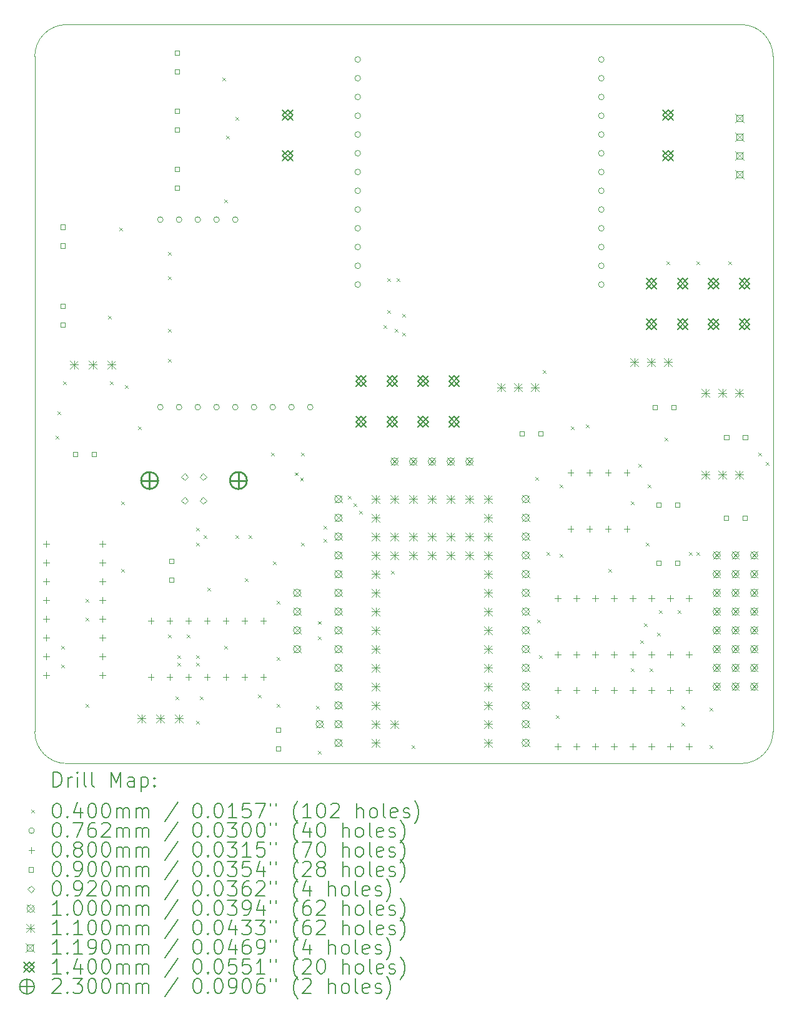
<source format=gbr>
%TF.GenerationSoftware,KiCad,Pcbnew,6.0.10-86aedd382b~118~ubuntu20.04.1*%
%TF.CreationDate,2022-12-27T17:02:08-05:00*%
%TF.ProjectId,AMP_PCBv2,414d505f-5043-4427-9632-2e6b69636164,A*%
%TF.SameCoordinates,Original*%
%TF.FileFunction,Drillmap*%
%TF.FilePolarity,Positive*%
%FSLAX45Y45*%
G04 Gerber Fmt 4.5, Leading zero omitted, Abs format (unit mm)*
G04 Created by KiCad (PCBNEW 6.0.10-86aedd382b~118~ubuntu20.04.1) date 2022-12-27 17:02:08*
%MOMM*%
%LPD*%
G01*
G04 APERTURE LIST*
%ADD10C,0.100000*%
%ADD11C,0.200000*%
%ADD12C,0.040000*%
%ADD13C,0.076200*%
%ADD14C,0.080000*%
%ADD15C,0.090000*%
%ADD16C,0.092000*%
%ADD17C,0.110000*%
%ADD18C,0.119000*%
%ADD19C,0.140000*%
%ADD20C,0.230000*%
G04 APERTURE END LIST*
D10*
X18313400Y-14757400D02*
G75*
G03*
X18745200Y-14325600I0J431800D01*
G01*
X9169400Y-4749800D02*
G75*
G03*
X8737600Y-5181600I0J-431800D01*
G01*
X9169400Y-4749800D02*
X18313400Y-4749800D01*
X9169400Y-14757400D02*
X18313400Y-14757400D01*
X18745200Y-5181600D02*
G75*
G03*
X18313400Y-4749800I-431800J0D01*
G01*
X8737600Y-14325600D02*
X8737600Y-5181600D01*
X18745200Y-5181600D02*
X18745200Y-14325600D01*
X8737600Y-14325600D02*
G75*
G03*
X9169400Y-14757400I431800J0D01*
G01*
D11*
D12*
X9022400Y-10317800D02*
X9062400Y-10357800D01*
X9062400Y-10317800D02*
X9022400Y-10357800D01*
X9047800Y-9987600D02*
X9087800Y-10027600D01*
X9087800Y-9987600D02*
X9047800Y-10027600D01*
X9098600Y-13162600D02*
X9138600Y-13202600D01*
X9138600Y-13162600D02*
X9098600Y-13202600D01*
X9098600Y-13416600D02*
X9138600Y-13456600D01*
X9138600Y-13416600D02*
X9098600Y-13456600D01*
X9124000Y-9581200D02*
X9164000Y-9621200D01*
X9164000Y-9581200D02*
X9124000Y-9621200D01*
X9428800Y-12527600D02*
X9468800Y-12567600D01*
X9468800Y-12527600D02*
X9428800Y-12567600D01*
X9428800Y-12781600D02*
X9468800Y-12821600D01*
X9468800Y-12781600D02*
X9428800Y-12821600D01*
X9428800Y-13950000D02*
X9468800Y-13990000D01*
X9468800Y-13950000D02*
X9428800Y-13990000D01*
X9733600Y-8692200D02*
X9773600Y-8732200D01*
X9773600Y-8692200D02*
X9733600Y-8732200D01*
X9759000Y-9581200D02*
X9799000Y-9621200D01*
X9799000Y-9581200D02*
X9759000Y-9621200D01*
X9886000Y-7498400D02*
X9926000Y-7538400D01*
X9926000Y-7498400D02*
X9886000Y-7538400D01*
X9911400Y-11206800D02*
X9951400Y-11246800D01*
X9951400Y-11206800D02*
X9911400Y-11246800D01*
X9911400Y-12121200D02*
X9951400Y-12161200D01*
X9951400Y-12121200D02*
X9911400Y-12161200D01*
X9962200Y-9632000D02*
X10002200Y-9672000D01*
X10002200Y-9632000D02*
X9962200Y-9672000D01*
X10140000Y-10190800D02*
X10180000Y-10230800D01*
X10180000Y-10190800D02*
X10140000Y-10230800D01*
X10546400Y-7828600D02*
X10586400Y-7868600D01*
X10586400Y-7828600D02*
X10546400Y-7868600D01*
X10546400Y-8158800D02*
X10586400Y-8198800D01*
X10586400Y-8158800D02*
X10546400Y-8198800D01*
X10546400Y-8870000D02*
X10586400Y-8910000D01*
X10586400Y-8870000D02*
X10546400Y-8910000D01*
X10546400Y-9276400D02*
X10586400Y-9316400D01*
X10586400Y-9276400D02*
X10546400Y-9316400D01*
X10546400Y-13010200D02*
X10586400Y-13050200D01*
X10586400Y-13010200D02*
X10546400Y-13050200D01*
X10648000Y-13848400D02*
X10688000Y-13888400D01*
X10688000Y-13848400D02*
X10648000Y-13888400D01*
X10673400Y-13289600D02*
X10713400Y-13329600D01*
X10713400Y-13289600D02*
X10673400Y-13329600D01*
X10673400Y-13391200D02*
X10713400Y-13431200D01*
X10713400Y-13391200D02*
X10673400Y-13431200D01*
X10800400Y-13010200D02*
X10840400Y-13050200D01*
X10840400Y-13010200D02*
X10800400Y-13050200D01*
X10927400Y-11562400D02*
X10967400Y-11602400D01*
X10967400Y-11562400D02*
X10927400Y-11602400D01*
X10927400Y-11765600D02*
X10967400Y-11805600D01*
X10967400Y-11765600D02*
X10927400Y-11805600D01*
X10927400Y-13289600D02*
X10967400Y-13329600D01*
X10967400Y-13289600D02*
X10927400Y-13329600D01*
X10927400Y-13391200D02*
X10967400Y-13431200D01*
X10967400Y-13391200D02*
X10927400Y-13431200D01*
X10927400Y-14178600D02*
X10967400Y-14218600D01*
X10967400Y-14178600D02*
X10927400Y-14218600D01*
X10978200Y-13848400D02*
X11018200Y-13888400D01*
X11018200Y-13848400D02*
X10978200Y-13888400D01*
X11029000Y-11664000D02*
X11069000Y-11704000D01*
X11069000Y-11664000D02*
X11029000Y-11704000D01*
X11079800Y-12375200D02*
X11119800Y-12415200D01*
X11119800Y-12375200D02*
X11079800Y-12415200D01*
X11283000Y-5466400D02*
X11323000Y-5506400D01*
X11323000Y-5466400D02*
X11283000Y-5506400D01*
X11308400Y-7117400D02*
X11348400Y-7157400D01*
X11348400Y-7117400D02*
X11308400Y-7157400D01*
X11308400Y-13162600D02*
X11348400Y-13202600D01*
X11348400Y-13162600D02*
X11308400Y-13202600D01*
X11333800Y-6253800D02*
X11373800Y-6293800D01*
X11373800Y-6253800D02*
X11333800Y-6293800D01*
X11460800Y-5999800D02*
X11500800Y-6039800D01*
X11500800Y-5999800D02*
X11460800Y-6039800D01*
X11460800Y-11664000D02*
X11500800Y-11704000D01*
X11500800Y-11664000D02*
X11460800Y-11704000D01*
X11587800Y-12248200D02*
X11627800Y-12288200D01*
X11627800Y-12248200D02*
X11587800Y-12288200D01*
X11638600Y-11664000D02*
X11678600Y-11704000D01*
X11678600Y-11664000D02*
X11638600Y-11704000D01*
X11765600Y-13823000D02*
X11805600Y-13863000D01*
X11805600Y-13823000D02*
X11765600Y-13863000D01*
X11943400Y-10546400D02*
X11983400Y-10586400D01*
X11983400Y-10546400D02*
X11943400Y-10586400D01*
X11968800Y-12019600D02*
X12008800Y-12059600D01*
X12008800Y-12019600D02*
X11968800Y-12059600D01*
X12019600Y-12553000D02*
X12059600Y-12593000D01*
X12059600Y-12553000D02*
X12019600Y-12593000D01*
X12019600Y-13315000D02*
X12059600Y-13355000D01*
X12059600Y-13315000D02*
X12019600Y-13355000D01*
X12019600Y-13950000D02*
X12059600Y-13990000D01*
X12059600Y-13950000D02*
X12019600Y-13990000D01*
X12261877Y-10814077D02*
X12301877Y-10854077D01*
X12301877Y-10814077D02*
X12261877Y-10854077D01*
X12336123Y-10888323D02*
X12376123Y-10928323D01*
X12376123Y-10888323D02*
X12336123Y-10928323D01*
X12349800Y-10546400D02*
X12389800Y-10586400D01*
X12389800Y-10546400D02*
X12349800Y-10586400D01*
X12349800Y-11765600D02*
X12389800Y-11805600D01*
X12389800Y-11765600D02*
X12349800Y-11805600D01*
X12553000Y-13975400D02*
X12593000Y-14015400D01*
X12593000Y-13975400D02*
X12553000Y-14015400D01*
X12578400Y-13035600D02*
X12618400Y-13075600D01*
X12618400Y-13035600D02*
X12578400Y-13075600D01*
X12578400Y-14585000D02*
X12618400Y-14625000D01*
X12618400Y-14585000D02*
X12578400Y-14625000D01*
X12579650Y-12830202D02*
X12619650Y-12870202D01*
X12619650Y-12830202D02*
X12579650Y-12870202D01*
X12654600Y-11537000D02*
X12694600Y-11577000D01*
X12694600Y-11537000D02*
X12654600Y-11577000D01*
X12654600Y-11714800D02*
X12694600Y-11754800D01*
X12694600Y-11714800D02*
X12654600Y-11754800D01*
X12984800Y-11130600D02*
X13024800Y-11170600D01*
X13024800Y-11130600D02*
X12984800Y-11170600D01*
X13061000Y-11232200D02*
X13101000Y-11272200D01*
X13101000Y-11232200D02*
X13061000Y-11272200D01*
X13137200Y-11333800D02*
X13177200Y-11373800D01*
X13177200Y-11333800D02*
X13137200Y-11373800D01*
X13467400Y-8819200D02*
X13507400Y-8859200D01*
X13507400Y-8819200D02*
X13467400Y-8859200D01*
X13518200Y-8184200D02*
X13558200Y-8224200D01*
X13558200Y-8184200D02*
X13518200Y-8224200D01*
X13518200Y-8616000D02*
X13558200Y-8656000D01*
X13558200Y-8616000D02*
X13518200Y-8656000D01*
X13569000Y-12146600D02*
X13609000Y-12186600D01*
X13609000Y-12146600D02*
X13569000Y-12186600D01*
X13619800Y-8870000D02*
X13659800Y-8910000D01*
X13659800Y-8870000D02*
X13619800Y-8910000D01*
X13645200Y-8184200D02*
X13685200Y-8224200D01*
X13685200Y-8184200D02*
X13645200Y-8224200D01*
X13721400Y-8666800D02*
X13761400Y-8706800D01*
X13761400Y-8666800D02*
X13721400Y-8706800D01*
X13721400Y-8920800D02*
X13761400Y-8960800D01*
X13761400Y-8920800D02*
X13721400Y-8960800D01*
X13848400Y-14508800D02*
X13888400Y-14548800D01*
X13888400Y-14508800D02*
X13848400Y-14548800D01*
X15524800Y-10876600D02*
X15564800Y-10916600D01*
X15564800Y-10876600D02*
X15524800Y-10916600D01*
X15550200Y-12807000D02*
X15590200Y-12847000D01*
X15590200Y-12807000D02*
X15550200Y-12847000D01*
X15575600Y-13289600D02*
X15615600Y-13329600D01*
X15615600Y-13289600D02*
X15575600Y-13329600D01*
X15626400Y-9428800D02*
X15666400Y-9468800D01*
X15666400Y-9428800D02*
X15626400Y-9468800D01*
X15677200Y-11892600D02*
X15717200Y-11932600D01*
X15717200Y-11892600D02*
X15677200Y-11932600D01*
X15804200Y-14102400D02*
X15844200Y-14142400D01*
X15844200Y-14102400D02*
X15804200Y-14142400D01*
X15855000Y-10978200D02*
X15895000Y-11018200D01*
X15895000Y-10978200D02*
X15855000Y-11018200D01*
X15855000Y-11918000D02*
X15895000Y-11958000D01*
X15895000Y-11918000D02*
X15855000Y-11958000D01*
X16007400Y-10190800D02*
X16047400Y-10230800D01*
X16047400Y-10190800D02*
X16007400Y-10230800D01*
X16210600Y-10165400D02*
X16250600Y-10205400D01*
X16250600Y-10165400D02*
X16210600Y-10205400D01*
X16515400Y-12121200D02*
X16555400Y-12161200D01*
X16555400Y-12121200D02*
X16515400Y-12161200D01*
X16820200Y-11206800D02*
X16860200Y-11246800D01*
X16860200Y-11206800D02*
X16820200Y-11246800D01*
X16820200Y-13467400D02*
X16860200Y-13507400D01*
X16860200Y-13467400D02*
X16820200Y-13507400D01*
X16921800Y-10698800D02*
X16961800Y-10738800D01*
X16961800Y-10698800D02*
X16921800Y-10738800D01*
X16947200Y-13086400D02*
X16987200Y-13126400D01*
X16987200Y-13086400D02*
X16947200Y-13126400D01*
X16998000Y-12857800D02*
X17038000Y-12897800D01*
X17038000Y-12857800D02*
X16998000Y-12897800D01*
X17023400Y-11765600D02*
X17063400Y-11805600D01*
X17063400Y-11765600D02*
X17023400Y-11805600D01*
X17048800Y-10978200D02*
X17088800Y-11018200D01*
X17088800Y-10978200D02*
X17048800Y-11018200D01*
X17074200Y-13467400D02*
X17114200Y-13507400D01*
X17114200Y-13467400D02*
X17074200Y-13507400D01*
X17175800Y-12984800D02*
X17215800Y-13024800D01*
X17215800Y-12984800D02*
X17175800Y-13024800D01*
X17201200Y-12680000D02*
X17241200Y-12720000D01*
X17241200Y-12680000D02*
X17201200Y-12720000D01*
X17277400Y-10343200D02*
X17317400Y-10383200D01*
X17317400Y-10343200D02*
X17277400Y-10383200D01*
X17302800Y-7955600D02*
X17342800Y-7995600D01*
X17342800Y-7955600D02*
X17302800Y-7995600D01*
X17455200Y-12680000D02*
X17495200Y-12720000D01*
X17495200Y-12680000D02*
X17455200Y-12720000D01*
X17506000Y-13975400D02*
X17546000Y-14015400D01*
X17546000Y-13975400D02*
X17506000Y-14015400D01*
X17506000Y-14204000D02*
X17546000Y-14244000D01*
X17546000Y-14204000D02*
X17506000Y-14244000D01*
X17607600Y-11892600D02*
X17647600Y-11932600D01*
X17647600Y-11892600D02*
X17607600Y-11932600D01*
X17709200Y-7955600D02*
X17749200Y-7995600D01*
X17749200Y-7955600D02*
X17709200Y-7995600D01*
X17709200Y-11892600D02*
X17749200Y-11932600D01*
X17749200Y-11892600D02*
X17709200Y-11932600D01*
X17887000Y-14000800D02*
X17927000Y-14040800D01*
X17927000Y-14000800D02*
X17887000Y-14040800D01*
X17887000Y-14508800D02*
X17927000Y-14548800D01*
X17927000Y-14508800D02*
X17887000Y-14548800D01*
X18141000Y-7955600D02*
X18181000Y-7995600D01*
X18181000Y-7955600D02*
X18141000Y-7995600D01*
X18547400Y-10546400D02*
X18587400Y-10586400D01*
X18587400Y-10546400D02*
X18547400Y-10586400D01*
X18651198Y-10675598D02*
X18691198Y-10715598D01*
X18691198Y-10675598D02*
X18651198Y-10715598D01*
D13*
X10477500Y-7391400D02*
G75*
G03*
X10477500Y-7391400I-38100J0D01*
G01*
X10477500Y-9931400D02*
G75*
G03*
X10477500Y-9931400I-38100J0D01*
G01*
X10731500Y-7391400D02*
G75*
G03*
X10731500Y-7391400I-38100J0D01*
G01*
X10731500Y-9931400D02*
G75*
G03*
X10731500Y-9931400I-38100J0D01*
G01*
X10985500Y-7391400D02*
G75*
G03*
X10985500Y-7391400I-38100J0D01*
G01*
X10985500Y-9931400D02*
G75*
G03*
X10985500Y-9931400I-38100J0D01*
G01*
X11239500Y-7391400D02*
G75*
G03*
X11239500Y-7391400I-38100J0D01*
G01*
X11239500Y-9931400D02*
G75*
G03*
X11239500Y-9931400I-38100J0D01*
G01*
X11493500Y-7391400D02*
G75*
G03*
X11493500Y-7391400I-38100J0D01*
G01*
X11493500Y-9931400D02*
G75*
G03*
X11493500Y-9931400I-38100J0D01*
G01*
X11747500Y-9931400D02*
G75*
G03*
X11747500Y-9931400I-38100J0D01*
G01*
X12001500Y-9931400D02*
G75*
G03*
X12001500Y-9931400I-38100J0D01*
G01*
X12255500Y-9931400D02*
G75*
G03*
X12255500Y-9931400I-38100J0D01*
G01*
X12509500Y-9931400D02*
G75*
G03*
X12509500Y-9931400I-38100J0D01*
G01*
X13154000Y-5222900D02*
G75*
G03*
X13154000Y-5222900I-38100J0D01*
G01*
X13154000Y-5476900D02*
G75*
G03*
X13154000Y-5476900I-38100J0D01*
G01*
X13154000Y-5730900D02*
G75*
G03*
X13154000Y-5730900I-38100J0D01*
G01*
X13154000Y-5984900D02*
G75*
G03*
X13154000Y-5984900I-38100J0D01*
G01*
X13154000Y-6238900D02*
G75*
G03*
X13154000Y-6238900I-38100J0D01*
G01*
X13154000Y-6492900D02*
G75*
G03*
X13154000Y-6492900I-38100J0D01*
G01*
X13154000Y-6746900D02*
G75*
G03*
X13154000Y-6746900I-38100J0D01*
G01*
X13154000Y-7000900D02*
G75*
G03*
X13154000Y-7000900I-38100J0D01*
G01*
X13154000Y-7254900D02*
G75*
G03*
X13154000Y-7254900I-38100J0D01*
G01*
X13154000Y-7508900D02*
G75*
G03*
X13154000Y-7508900I-38100J0D01*
G01*
X13154000Y-7762900D02*
G75*
G03*
X13154000Y-7762900I-38100J0D01*
G01*
X13154000Y-8016900D02*
G75*
G03*
X13154000Y-8016900I-38100J0D01*
G01*
X13154000Y-8270900D02*
G75*
G03*
X13154000Y-8270900I-38100J0D01*
G01*
X16456000Y-5222900D02*
G75*
G03*
X16456000Y-5222900I-38100J0D01*
G01*
X16456000Y-5476900D02*
G75*
G03*
X16456000Y-5476900I-38100J0D01*
G01*
X16456000Y-5730900D02*
G75*
G03*
X16456000Y-5730900I-38100J0D01*
G01*
X16456000Y-5984900D02*
G75*
G03*
X16456000Y-5984900I-38100J0D01*
G01*
X16456000Y-6238900D02*
G75*
G03*
X16456000Y-6238900I-38100J0D01*
G01*
X16456000Y-6492900D02*
G75*
G03*
X16456000Y-6492900I-38100J0D01*
G01*
X16456000Y-6746900D02*
G75*
G03*
X16456000Y-6746900I-38100J0D01*
G01*
X16456000Y-7000900D02*
G75*
G03*
X16456000Y-7000900I-38100J0D01*
G01*
X16456000Y-7254900D02*
G75*
G03*
X16456000Y-7254900I-38100J0D01*
G01*
X16456000Y-7508900D02*
G75*
G03*
X16456000Y-7508900I-38100J0D01*
G01*
X16456000Y-7762900D02*
G75*
G03*
X16456000Y-7762900I-38100J0D01*
G01*
X16456000Y-8016900D02*
G75*
G03*
X16456000Y-8016900I-38100J0D01*
G01*
X16456000Y-8270900D02*
G75*
G03*
X16456000Y-8270900I-38100J0D01*
G01*
D14*
X8892150Y-11744100D02*
X8892150Y-11824100D01*
X8852150Y-11784100D02*
X8932150Y-11784100D01*
X8892150Y-11998100D02*
X8892150Y-12078100D01*
X8852150Y-12038100D02*
X8932150Y-12038100D01*
X8892150Y-12252100D02*
X8892150Y-12332100D01*
X8852150Y-12292100D02*
X8932150Y-12292100D01*
X8892150Y-12506100D02*
X8892150Y-12586100D01*
X8852150Y-12546100D02*
X8932150Y-12546100D01*
X8892150Y-12760100D02*
X8892150Y-12840100D01*
X8852150Y-12800100D02*
X8932150Y-12800100D01*
X8892150Y-13014100D02*
X8892150Y-13094100D01*
X8852150Y-13054100D02*
X8932150Y-13054100D01*
X8892150Y-13268100D02*
X8892150Y-13348100D01*
X8852150Y-13308100D02*
X8932150Y-13308100D01*
X8892150Y-13522100D02*
X8892150Y-13602100D01*
X8852150Y-13562100D02*
X8932150Y-13562100D01*
X9654150Y-11744100D02*
X9654150Y-11824100D01*
X9614150Y-11784100D02*
X9694150Y-11784100D01*
X9654150Y-11998100D02*
X9654150Y-12078100D01*
X9614150Y-12038100D02*
X9694150Y-12038100D01*
X9654150Y-12252100D02*
X9654150Y-12332100D01*
X9614150Y-12292100D02*
X9694150Y-12292100D01*
X9654150Y-12506100D02*
X9654150Y-12586100D01*
X9614150Y-12546100D02*
X9694150Y-12546100D01*
X9654150Y-12760100D02*
X9654150Y-12840100D01*
X9614150Y-12800100D02*
X9694150Y-12800100D01*
X9654150Y-13014100D02*
X9654150Y-13094100D01*
X9614150Y-13054100D02*
X9694150Y-13054100D01*
X9654150Y-13268100D02*
X9654150Y-13348100D01*
X9614150Y-13308100D02*
X9694150Y-13308100D01*
X9654150Y-13522100D02*
X9654150Y-13602100D01*
X9614150Y-13562100D02*
X9694150Y-13562100D01*
X10311900Y-12786000D02*
X10311900Y-12866000D01*
X10271900Y-12826000D02*
X10351900Y-12826000D01*
X10311900Y-13548000D02*
X10311900Y-13628000D01*
X10271900Y-13588000D02*
X10351900Y-13588000D01*
X10565900Y-12786000D02*
X10565900Y-12866000D01*
X10525900Y-12826000D02*
X10605900Y-12826000D01*
X10565900Y-13548000D02*
X10565900Y-13628000D01*
X10525900Y-13588000D02*
X10605900Y-13588000D01*
X10819900Y-12786000D02*
X10819900Y-12866000D01*
X10779900Y-12826000D02*
X10859900Y-12826000D01*
X10819900Y-13548000D02*
X10819900Y-13628000D01*
X10779900Y-13588000D02*
X10859900Y-13588000D01*
X11073900Y-12786000D02*
X11073900Y-12866000D01*
X11033900Y-12826000D02*
X11113900Y-12826000D01*
X11073900Y-13548000D02*
X11073900Y-13628000D01*
X11033900Y-13588000D02*
X11113900Y-13588000D01*
X11327900Y-12786000D02*
X11327900Y-12866000D01*
X11287900Y-12826000D02*
X11367900Y-12826000D01*
X11327900Y-13548000D02*
X11327900Y-13628000D01*
X11287900Y-13588000D02*
X11367900Y-13588000D01*
X11581900Y-12786000D02*
X11581900Y-12866000D01*
X11541900Y-12826000D02*
X11621900Y-12826000D01*
X11581900Y-13548000D02*
X11581900Y-13628000D01*
X11541900Y-13588000D02*
X11621900Y-13588000D01*
X11835900Y-12786000D02*
X11835900Y-12866000D01*
X11795900Y-12826000D02*
X11875900Y-12826000D01*
X11835900Y-13548000D02*
X11835900Y-13628000D01*
X11795900Y-13588000D02*
X11875900Y-13588000D01*
X15825700Y-12481200D02*
X15825700Y-12561200D01*
X15785700Y-12521200D02*
X15865700Y-12521200D01*
X15825700Y-13243200D02*
X15825700Y-13323200D01*
X15785700Y-13283200D02*
X15865700Y-13283200D01*
X15825700Y-13725800D02*
X15825700Y-13805800D01*
X15785700Y-13765800D02*
X15865700Y-13765800D01*
X15825700Y-14487800D02*
X15825700Y-14567800D01*
X15785700Y-14527800D02*
X15865700Y-14527800D01*
X16003000Y-10779400D02*
X16003000Y-10859400D01*
X15963000Y-10819400D02*
X16043000Y-10819400D01*
X16003000Y-11541400D02*
X16003000Y-11621400D01*
X15963000Y-11581400D02*
X16043000Y-11581400D01*
X16079700Y-12481200D02*
X16079700Y-12561200D01*
X16039700Y-12521200D02*
X16119700Y-12521200D01*
X16079700Y-13243200D02*
X16079700Y-13323200D01*
X16039700Y-13283200D02*
X16119700Y-13283200D01*
X16079700Y-13725800D02*
X16079700Y-13805800D01*
X16039700Y-13765800D02*
X16119700Y-13765800D01*
X16079700Y-14487800D02*
X16079700Y-14567800D01*
X16039700Y-14527800D02*
X16119700Y-14527800D01*
X16257000Y-10779400D02*
X16257000Y-10859400D01*
X16217000Y-10819400D02*
X16297000Y-10819400D01*
X16257000Y-11541400D02*
X16257000Y-11621400D01*
X16217000Y-11581400D02*
X16297000Y-11581400D01*
X16333700Y-12481200D02*
X16333700Y-12561200D01*
X16293700Y-12521200D02*
X16373700Y-12521200D01*
X16333700Y-13243200D02*
X16333700Y-13323200D01*
X16293700Y-13283200D02*
X16373700Y-13283200D01*
X16333700Y-13725800D02*
X16333700Y-13805800D01*
X16293700Y-13765800D02*
X16373700Y-13765800D01*
X16333700Y-14487800D02*
X16333700Y-14567800D01*
X16293700Y-14527800D02*
X16373700Y-14527800D01*
X16511000Y-10779400D02*
X16511000Y-10859400D01*
X16471000Y-10819400D02*
X16551000Y-10819400D01*
X16511000Y-11541400D02*
X16511000Y-11621400D01*
X16471000Y-11581400D02*
X16551000Y-11581400D01*
X16587700Y-12481200D02*
X16587700Y-12561200D01*
X16547700Y-12521200D02*
X16627700Y-12521200D01*
X16587700Y-13243200D02*
X16587700Y-13323200D01*
X16547700Y-13283200D02*
X16627700Y-13283200D01*
X16587700Y-13725800D02*
X16587700Y-13805800D01*
X16547700Y-13765800D02*
X16627700Y-13765800D01*
X16587700Y-14487800D02*
X16587700Y-14567800D01*
X16547700Y-14527800D02*
X16627700Y-14527800D01*
X16765000Y-10779400D02*
X16765000Y-10859400D01*
X16725000Y-10819400D02*
X16805000Y-10819400D01*
X16765000Y-11541400D02*
X16765000Y-11621400D01*
X16725000Y-11581400D02*
X16805000Y-11581400D01*
X16841700Y-12481200D02*
X16841700Y-12561200D01*
X16801700Y-12521200D02*
X16881700Y-12521200D01*
X16841700Y-13243200D02*
X16841700Y-13323200D01*
X16801700Y-13283200D02*
X16881700Y-13283200D01*
X16841700Y-13725800D02*
X16841700Y-13805800D01*
X16801700Y-13765800D02*
X16881700Y-13765800D01*
X16841700Y-14487800D02*
X16841700Y-14567800D01*
X16801700Y-14527800D02*
X16881700Y-14527800D01*
X17095700Y-12481200D02*
X17095700Y-12561200D01*
X17055700Y-12521200D02*
X17135700Y-12521200D01*
X17095700Y-13243200D02*
X17095700Y-13323200D01*
X17055700Y-13283200D02*
X17135700Y-13283200D01*
X17095700Y-13725800D02*
X17095700Y-13805800D01*
X17055700Y-13765800D02*
X17135700Y-13765800D01*
X17095700Y-14487800D02*
X17095700Y-14567800D01*
X17055700Y-14527800D02*
X17135700Y-14527800D01*
X17349700Y-12481200D02*
X17349700Y-12561200D01*
X17309700Y-12521200D02*
X17389700Y-12521200D01*
X17349700Y-13243200D02*
X17349700Y-13323200D01*
X17309700Y-13283200D02*
X17389700Y-13283200D01*
X17349700Y-13725800D02*
X17349700Y-13805800D01*
X17309700Y-13765800D02*
X17389700Y-13765800D01*
X17349700Y-14487800D02*
X17349700Y-14567800D01*
X17309700Y-14527800D02*
X17389700Y-14527800D01*
X17603700Y-12481200D02*
X17603700Y-12561200D01*
X17563700Y-12521200D02*
X17643700Y-12521200D01*
X17603700Y-13243200D02*
X17603700Y-13323200D01*
X17563700Y-13283200D02*
X17643700Y-13283200D01*
X17603700Y-13725800D02*
X17603700Y-13805800D01*
X17563700Y-13765800D02*
X17643700Y-13765800D01*
X17603700Y-14487800D02*
X17603700Y-14567800D01*
X17563700Y-14527800D02*
X17643700Y-14527800D01*
D15*
X9150420Y-7524320D02*
X9150420Y-7460680D01*
X9086780Y-7460680D01*
X9086780Y-7524320D01*
X9150420Y-7524320D01*
X9150420Y-7778320D02*
X9150420Y-7714680D01*
X9086780Y-7714680D01*
X9086780Y-7778320D01*
X9150420Y-7778320D01*
X9150420Y-8591620D02*
X9150420Y-8527980D01*
X9086780Y-8527980D01*
X9086780Y-8591620D01*
X9150420Y-8591620D01*
X9150420Y-8845620D02*
X9150420Y-8781980D01*
X9086780Y-8781980D01*
X9086780Y-8845620D01*
X9150420Y-8845620D01*
X9320220Y-10598220D02*
X9320220Y-10534580D01*
X9256580Y-10534580D01*
X9256580Y-10598220D01*
X9320220Y-10598220D01*
X9574220Y-10598220D02*
X9574220Y-10534580D01*
X9510580Y-10534580D01*
X9510580Y-10598220D01*
X9574220Y-10598220D01*
X10623620Y-12046020D02*
X10623620Y-11982380D01*
X10559980Y-11982380D01*
X10559980Y-12046020D01*
X10623620Y-12046020D01*
X10623620Y-12300020D02*
X10623620Y-12236380D01*
X10559980Y-12236380D01*
X10559980Y-12300020D01*
X10623620Y-12300020D01*
X10699820Y-5163120D02*
X10699820Y-5099480D01*
X10636180Y-5099480D01*
X10636180Y-5163120D01*
X10699820Y-5163120D01*
X10699820Y-5417120D02*
X10699820Y-5353480D01*
X10636180Y-5353480D01*
X10636180Y-5417120D01*
X10699820Y-5417120D01*
X10699820Y-5950520D02*
X10699820Y-5886880D01*
X10636180Y-5886880D01*
X10636180Y-5950520D01*
X10699820Y-5950520D01*
X10699820Y-6204520D02*
X10699820Y-6140880D01*
X10636180Y-6140880D01*
X10636180Y-6204520D01*
X10699820Y-6204520D01*
X10699820Y-6737420D02*
X10699820Y-6673780D01*
X10636180Y-6673780D01*
X10636180Y-6737420D01*
X10699820Y-6737420D01*
X10699820Y-6991420D02*
X10699820Y-6927780D01*
X10636180Y-6927780D01*
X10636180Y-6991420D01*
X10699820Y-6991420D01*
X12071420Y-14334020D02*
X12071420Y-14270380D01*
X12007780Y-14270380D01*
X12007780Y-14334020D01*
X12071420Y-14334020D01*
X12071420Y-14588020D02*
X12071420Y-14524380D01*
X12007780Y-14524380D01*
X12007780Y-14588020D01*
X12071420Y-14588020D01*
X15373420Y-10318820D02*
X15373420Y-10255180D01*
X15309780Y-10255180D01*
X15309780Y-10318820D01*
X15373420Y-10318820D01*
X15627420Y-10318820D02*
X15627420Y-10255180D01*
X15563780Y-10255180D01*
X15563780Y-10318820D01*
X15627420Y-10318820D01*
X17177320Y-9963220D02*
X17177320Y-9899580D01*
X17113680Y-9899580D01*
X17113680Y-9963220D01*
X17177320Y-9963220D01*
X17228120Y-11284020D02*
X17228120Y-11220380D01*
X17164480Y-11220380D01*
X17164480Y-11284020D01*
X17228120Y-11284020D01*
X17228120Y-12071420D02*
X17228120Y-12007780D01*
X17164480Y-12007780D01*
X17164480Y-12071420D01*
X17228120Y-12071420D01*
X17431320Y-9963220D02*
X17431320Y-9899580D01*
X17367680Y-9899580D01*
X17367680Y-9963220D01*
X17431320Y-9963220D01*
X17482120Y-11284020D02*
X17482120Y-11220380D01*
X17418480Y-11220380D01*
X17418480Y-11284020D01*
X17482120Y-11284020D01*
X17482120Y-12071420D02*
X17482120Y-12007780D01*
X17418480Y-12007780D01*
X17418480Y-12071420D01*
X17482120Y-12071420D01*
X18142020Y-11461820D02*
X18142020Y-11398180D01*
X18078380Y-11398180D01*
X18078380Y-11461820D01*
X18142020Y-11461820D01*
X18146020Y-10369620D02*
X18146020Y-10305980D01*
X18082380Y-10305980D01*
X18082380Y-10369620D01*
X18146020Y-10369620D01*
X18396020Y-11461820D02*
X18396020Y-11398180D01*
X18332380Y-11398180D01*
X18332380Y-11461820D01*
X18396020Y-11461820D01*
X18400020Y-10369620D02*
X18400020Y-10305980D01*
X18336380Y-10305980D01*
X18336380Y-10369620D01*
X18400020Y-10369620D01*
D16*
X10771600Y-10921650D02*
X10817600Y-10875650D01*
X10771600Y-10829650D01*
X10725600Y-10875650D01*
X10771600Y-10921650D01*
X10771600Y-11241650D02*
X10817600Y-11195650D01*
X10771600Y-11149650D01*
X10725600Y-11195650D01*
X10771600Y-11241650D01*
X11021600Y-10921650D02*
X11067600Y-10875650D01*
X11021600Y-10829650D01*
X10975600Y-10875650D01*
X11021600Y-10921650D01*
X11021600Y-11241650D02*
X11067600Y-11195650D01*
X11021600Y-11149650D01*
X10975600Y-11195650D01*
X11021600Y-11241650D01*
D10*
X12243600Y-12396000D02*
X12343600Y-12496000D01*
X12343600Y-12396000D02*
X12243600Y-12496000D01*
X12343600Y-12446000D02*
G75*
G03*
X12343600Y-12446000I-50000J0D01*
G01*
X12243600Y-12650000D02*
X12343600Y-12750000D01*
X12343600Y-12650000D02*
X12243600Y-12750000D01*
X12343600Y-12700000D02*
G75*
G03*
X12343600Y-12700000I-50000J0D01*
G01*
X12243600Y-12904000D02*
X12343600Y-13004000D01*
X12343600Y-12904000D02*
X12243600Y-13004000D01*
X12343600Y-12954000D02*
G75*
G03*
X12343600Y-12954000I-50000J0D01*
G01*
X12243600Y-13158000D02*
X12343600Y-13258000D01*
X12343600Y-13158000D02*
X12243600Y-13258000D01*
X12343600Y-13208000D02*
G75*
G03*
X12343600Y-13208000I-50000J0D01*
G01*
X12548400Y-14174000D02*
X12648400Y-14274000D01*
X12648400Y-14174000D02*
X12548400Y-14274000D01*
X12648400Y-14224000D02*
G75*
G03*
X12648400Y-14224000I-50000J0D01*
G01*
X12802400Y-11126000D02*
X12902400Y-11226000D01*
X12902400Y-11126000D02*
X12802400Y-11226000D01*
X12902400Y-11176000D02*
G75*
G03*
X12902400Y-11176000I-50000J0D01*
G01*
X12802400Y-11380000D02*
X12902400Y-11480000D01*
X12902400Y-11380000D02*
X12802400Y-11480000D01*
X12902400Y-11430000D02*
G75*
G03*
X12902400Y-11430000I-50000J0D01*
G01*
X12802400Y-11634000D02*
X12902400Y-11734000D01*
X12902400Y-11634000D02*
X12802400Y-11734000D01*
X12902400Y-11684000D02*
G75*
G03*
X12902400Y-11684000I-50000J0D01*
G01*
X12802400Y-11888000D02*
X12902400Y-11988000D01*
X12902400Y-11888000D02*
X12802400Y-11988000D01*
X12902400Y-11938000D02*
G75*
G03*
X12902400Y-11938000I-50000J0D01*
G01*
X12802400Y-12142000D02*
X12902400Y-12242000D01*
X12902400Y-12142000D02*
X12802400Y-12242000D01*
X12902400Y-12192000D02*
G75*
G03*
X12902400Y-12192000I-50000J0D01*
G01*
X12802400Y-12396000D02*
X12902400Y-12496000D01*
X12902400Y-12396000D02*
X12802400Y-12496000D01*
X12902400Y-12446000D02*
G75*
G03*
X12902400Y-12446000I-50000J0D01*
G01*
X12802400Y-12650000D02*
X12902400Y-12750000D01*
X12902400Y-12650000D02*
X12802400Y-12750000D01*
X12902400Y-12700000D02*
G75*
G03*
X12902400Y-12700000I-50000J0D01*
G01*
X12802400Y-12904000D02*
X12902400Y-13004000D01*
X12902400Y-12904000D02*
X12802400Y-13004000D01*
X12902400Y-12954000D02*
G75*
G03*
X12902400Y-12954000I-50000J0D01*
G01*
X12802400Y-13158000D02*
X12902400Y-13258000D01*
X12902400Y-13158000D02*
X12802400Y-13258000D01*
X12902400Y-13208000D02*
G75*
G03*
X12902400Y-13208000I-50000J0D01*
G01*
X12802400Y-13412000D02*
X12902400Y-13512000D01*
X12902400Y-13412000D02*
X12802400Y-13512000D01*
X12902400Y-13462000D02*
G75*
G03*
X12902400Y-13462000I-50000J0D01*
G01*
X12802400Y-13666000D02*
X12902400Y-13766000D01*
X12902400Y-13666000D02*
X12802400Y-13766000D01*
X12902400Y-13716000D02*
G75*
G03*
X12902400Y-13716000I-50000J0D01*
G01*
X12802400Y-13920000D02*
X12902400Y-14020000D01*
X12902400Y-13920000D02*
X12802400Y-14020000D01*
X12902400Y-13970000D02*
G75*
G03*
X12902400Y-13970000I-50000J0D01*
G01*
X12802400Y-14174000D02*
X12902400Y-14274000D01*
X12902400Y-14174000D02*
X12802400Y-14274000D01*
X12902400Y-14224000D02*
G75*
G03*
X12902400Y-14224000I-50000J0D01*
G01*
X12802400Y-14428000D02*
X12902400Y-14528000D01*
X12902400Y-14428000D02*
X12802400Y-14528000D01*
X12902400Y-14478000D02*
G75*
G03*
X12902400Y-14478000I-50000J0D01*
G01*
X13563900Y-10618000D02*
X13663900Y-10718000D01*
X13663900Y-10618000D02*
X13563900Y-10718000D01*
X13663900Y-10668000D02*
G75*
G03*
X13663900Y-10668000I-50000J0D01*
G01*
X13817900Y-10618000D02*
X13917900Y-10718000D01*
X13917900Y-10618000D02*
X13817900Y-10718000D01*
X13917900Y-10668000D02*
G75*
G03*
X13917900Y-10668000I-50000J0D01*
G01*
X14071900Y-10618000D02*
X14171900Y-10718000D01*
X14171900Y-10618000D02*
X14071900Y-10718000D01*
X14171900Y-10668000D02*
G75*
G03*
X14171900Y-10668000I-50000J0D01*
G01*
X14325900Y-10618000D02*
X14425900Y-10718000D01*
X14425900Y-10618000D02*
X14325900Y-10718000D01*
X14425900Y-10668000D02*
G75*
G03*
X14425900Y-10668000I-50000J0D01*
G01*
X14579900Y-10618000D02*
X14679900Y-10718000D01*
X14679900Y-10618000D02*
X14579900Y-10718000D01*
X14679900Y-10668000D02*
G75*
G03*
X14679900Y-10668000I-50000J0D01*
G01*
X15342400Y-11125000D02*
X15442400Y-11225000D01*
X15442400Y-11125000D02*
X15342400Y-11225000D01*
X15442400Y-11175000D02*
G75*
G03*
X15442400Y-11175000I-50000J0D01*
G01*
X15342400Y-11379000D02*
X15442400Y-11479000D01*
X15442400Y-11379000D02*
X15342400Y-11479000D01*
X15442400Y-11429000D02*
G75*
G03*
X15442400Y-11429000I-50000J0D01*
G01*
X15342400Y-11633000D02*
X15442400Y-11733000D01*
X15442400Y-11633000D02*
X15342400Y-11733000D01*
X15442400Y-11683000D02*
G75*
G03*
X15442400Y-11683000I-50000J0D01*
G01*
X15342400Y-11887000D02*
X15442400Y-11987000D01*
X15442400Y-11887000D02*
X15342400Y-11987000D01*
X15442400Y-11937000D02*
G75*
G03*
X15442400Y-11937000I-50000J0D01*
G01*
X15342400Y-12141000D02*
X15442400Y-12241000D01*
X15442400Y-12141000D02*
X15342400Y-12241000D01*
X15442400Y-12191000D02*
G75*
G03*
X15442400Y-12191000I-50000J0D01*
G01*
X15342400Y-12395000D02*
X15442400Y-12495000D01*
X15442400Y-12395000D02*
X15342400Y-12495000D01*
X15442400Y-12445000D02*
G75*
G03*
X15442400Y-12445000I-50000J0D01*
G01*
X15342400Y-12649000D02*
X15442400Y-12749000D01*
X15442400Y-12649000D02*
X15342400Y-12749000D01*
X15442400Y-12699000D02*
G75*
G03*
X15442400Y-12699000I-50000J0D01*
G01*
X15342400Y-12903000D02*
X15442400Y-13003000D01*
X15442400Y-12903000D02*
X15342400Y-13003000D01*
X15442400Y-12953000D02*
G75*
G03*
X15442400Y-12953000I-50000J0D01*
G01*
X15342400Y-13157000D02*
X15442400Y-13257000D01*
X15442400Y-13157000D02*
X15342400Y-13257000D01*
X15442400Y-13207000D02*
G75*
G03*
X15442400Y-13207000I-50000J0D01*
G01*
X15342400Y-13411000D02*
X15442400Y-13511000D01*
X15442400Y-13411000D02*
X15342400Y-13511000D01*
X15442400Y-13461000D02*
G75*
G03*
X15442400Y-13461000I-50000J0D01*
G01*
X15342400Y-13665000D02*
X15442400Y-13765000D01*
X15442400Y-13665000D02*
X15342400Y-13765000D01*
X15442400Y-13715000D02*
G75*
G03*
X15442400Y-13715000I-50000J0D01*
G01*
X15342400Y-13919000D02*
X15442400Y-14019000D01*
X15442400Y-13919000D02*
X15342400Y-14019000D01*
X15442400Y-13969000D02*
G75*
G03*
X15442400Y-13969000I-50000J0D01*
G01*
X15342400Y-14173000D02*
X15442400Y-14273000D01*
X15442400Y-14173000D02*
X15342400Y-14273000D01*
X15442400Y-14223000D02*
G75*
G03*
X15442400Y-14223000I-50000J0D01*
G01*
X15342400Y-14427000D02*
X15442400Y-14527000D01*
X15442400Y-14427000D02*
X15342400Y-14527000D01*
X15442400Y-14477000D02*
G75*
G03*
X15442400Y-14477000I-50000J0D01*
G01*
X17931700Y-11888000D02*
X18031700Y-11988000D01*
X18031700Y-11888000D02*
X17931700Y-11988000D01*
X18031700Y-11938000D02*
G75*
G03*
X18031700Y-11938000I-50000J0D01*
G01*
X17931700Y-12142000D02*
X18031700Y-12242000D01*
X18031700Y-12142000D02*
X17931700Y-12242000D01*
X18031700Y-12192000D02*
G75*
G03*
X18031700Y-12192000I-50000J0D01*
G01*
X17931700Y-12396000D02*
X18031700Y-12496000D01*
X18031700Y-12396000D02*
X17931700Y-12496000D01*
X18031700Y-12446000D02*
G75*
G03*
X18031700Y-12446000I-50000J0D01*
G01*
X17931700Y-12650000D02*
X18031700Y-12750000D01*
X18031700Y-12650000D02*
X17931700Y-12750000D01*
X18031700Y-12700000D02*
G75*
G03*
X18031700Y-12700000I-50000J0D01*
G01*
X17931700Y-12904000D02*
X18031700Y-13004000D01*
X18031700Y-12904000D02*
X17931700Y-13004000D01*
X18031700Y-12954000D02*
G75*
G03*
X18031700Y-12954000I-50000J0D01*
G01*
X17931700Y-13158000D02*
X18031700Y-13258000D01*
X18031700Y-13158000D02*
X17931700Y-13258000D01*
X18031700Y-13208000D02*
G75*
G03*
X18031700Y-13208000I-50000J0D01*
G01*
X17931700Y-13412000D02*
X18031700Y-13512000D01*
X18031700Y-13412000D02*
X17931700Y-13512000D01*
X18031700Y-13462000D02*
G75*
G03*
X18031700Y-13462000I-50000J0D01*
G01*
X17931700Y-13666000D02*
X18031700Y-13766000D01*
X18031700Y-13666000D02*
X17931700Y-13766000D01*
X18031700Y-13716000D02*
G75*
G03*
X18031700Y-13716000I-50000J0D01*
G01*
X18185700Y-11888000D02*
X18285700Y-11988000D01*
X18285700Y-11888000D02*
X18185700Y-11988000D01*
X18285700Y-11938000D02*
G75*
G03*
X18285700Y-11938000I-50000J0D01*
G01*
X18185700Y-12142000D02*
X18285700Y-12242000D01*
X18285700Y-12142000D02*
X18185700Y-12242000D01*
X18285700Y-12192000D02*
G75*
G03*
X18285700Y-12192000I-50000J0D01*
G01*
X18185700Y-12396000D02*
X18285700Y-12496000D01*
X18285700Y-12396000D02*
X18185700Y-12496000D01*
X18285700Y-12446000D02*
G75*
G03*
X18285700Y-12446000I-50000J0D01*
G01*
X18185700Y-12650000D02*
X18285700Y-12750000D01*
X18285700Y-12650000D02*
X18185700Y-12750000D01*
X18285700Y-12700000D02*
G75*
G03*
X18285700Y-12700000I-50000J0D01*
G01*
X18185700Y-12904000D02*
X18285700Y-13004000D01*
X18285700Y-12904000D02*
X18185700Y-13004000D01*
X18285700Y-12954000D02*
G75*
G03*
X18285700Y-12954000I-50000J0D01*
G01*
X18185700Y-13158000D02*
X18285700Y-13258000D01*
X18285700Y-13158000D02*
X18185700Y-13258000D01*
X18285700Y-13208000D02*
G75*
G03*
X18285700Y-13208000I-50000J0D01*
G01*
X18185700Y-13412000D02*
X18285700Y-13512000D01*
X18285700Y-13412000D02*
X18185700Y-13512000D01*
X18285700Y-13462000D02*
G75*
G03*
X18285700Y-13462000I-50000J0D01*
G01*
X18185700Y-13666000D02*
X18285700Y-13766000D01*
X18285700Y-13666000D02*
X18185700Y-13766000D01*
X18285700Y-13716000D02*
G75*
G03*
X18285700Y-13716000I-50000J0D01*
G01*
X18439700Y-11888000D02*
X18539700Y-11988000D01*
X18539700Y-11888000D02*
X18439700Y-11988000D01*
X18539700Y-11938000D02*
G75*
G03*
X18539700Y-11938000I-50000J0D01*
G01*
X18439700Y-12142000D02*
X18539700Y-12242000D01*
X18539700Y-12142000D02*
X18439700Y-12242000D01*
X18539700Y-12192000D02*
G75*
G03*
X18539700Y-12192000I-50000J0D01*
G01*
X18439700Y-12396000D02*
X18539700Y-12496000D01*
X18539700Y-12396000D02*
X18439700Y-12496000D01*
X18539700Y-12446000D02*
G75*
G03*
X18539700Y-12446000I-50000J0D01*
G01*
X18439700Y-12650000D02*
X18539700Y-12750000D01*
X18539700Y-12650000D02*
X18439700Y-12750000D01*
X18539700Y-12700000D02*
G75*
G03*
X18539700Y-12700000I-50000J0D01*
G01*
X18439700Y-12904000D02*
X18539700Y-13004000D01*
X18539700Y-12904000D02*
X18439700Y-13004000D01*
X18539700Y-12954000D02*
G75*
G03*
X18539700Y-12954000I-50000J0D01*
G01*
X18439700Y-13158000D02*
X18539700Y-13258000D01*
X18539700Y-13158000D02*
X18439700Y-13258000D01*
X18539700Y-13208000D02*
G75*
G03*
X18539700Y-13208000I-50000J0D01*
G01*
X18439700Y-13412000D02*
X18539700Y-13512000D01*
X18539700Y-13412000D02*
X18439700Y-13512000D01*
X18539700Y-13462000D02*
G75*
G03*
X18539700Y-13462000I-50000J0D01*
G01*
X18439700Y-13666000D02*
X18539700Y-13766000D01*
X18539700Y-13666000D02*
X18439700Y-13766000D01*
X18539700Y-13716000D02*
G75*
G03*
X18539700Y-13716000I-50000J0D01*
G01*
D17*
X9216000Y-9299300D02*
X9326000Y-9409300D01*
X9326000Y-9299300D02*
X9216000Y-9409300D01*
X9271000Y-9299300D02*
X9271000Y-9409300D01*
X9216000Y-9354300D02*
X9326000Y-9354300D01*
X9470000Y-9299300D02*
X9580000Y-9409300D01*
X9580000Y-9299300D02*
X9470000Y-9409300D01*
X9525000Y-9299300D02*
X9525000Y-9409300D01*
X9470000Y-9354300D02*
X9580000Y-9354300D01*
X9724000Y-9299300D02*
X9834000Y-9409300D01*
X9834000Y-9299300D02*
X9724000Y-9409300D01*
X9779000Y-9299300D02*
X9779000Y-9409300D01*
X9724000Y-9354300D02*
X9834000Y-9354300D01*
X10130400Y-14092800D02*
X10240400Y-14202800D01*
X10240400Y-14092800D02*
X10130400Y-14202800D01*
X10185400Y-14092800D02*
X10185400Y-14202800D01*
X10130400Y-14147800D02*
X10240400Y-14147800D01*
X10384400Y-14092800D02*
X10494400Y-14202800D01*
X10494400Y-14092800D02*
X10384400Y-14202800D01*
X10439400Y-14092800D02*
X10439400Y-14202800D01*
X10384400Y-14147800D02*
X10494400Y-14147800D01*
X10638400Y-14092800D02*
X10748400Y-14202800D01*
X10748400Y-14092800D02*
X10638400Y-14202800D01*
X10693400Y-14092800D02*
X10693400Y-14202800D01*
X10638400Y-14147800D02*
X10748400Y-14147800D01*
X13305400Y-11121000D02*
X13415400Y-11231000D01*
X13415400Y-11121000D02*
X13305400Y-11231000D01*
X13360400Y-11121000D02*
X13360400Y-11231000D01*
X13305400Y-11176000D02*
X13415400Y-11176000D01*
X13305400Y-11375000D02*
X13415400Y-11485000D01*
X13415400Y-11375000D02*
X13305400Y-11485000D01*
X13360400Y-11375000D02*
X13360400Y-11485000D01*
X13305400Y-11430000D02*
X13415400Y-11430000D01*
X13305400Y-11629000D02*
X13415400Y-11739000D01*
X13415400Y-11629000D02*
X13305400Y-11739000D01*
X13360400Y-11629000D02*
X13360400Y-11739000D01*
X13305400Y-11684000D02*
X13415400Y-11684000D01*
X13305400Y-11883000D02*
X13415400Y-11993000D01*
X13415400Y-11883000D02*
X13305400Y-11993000D01*
X13360400Y-11883000D02*
X13360400Y-11993000D01*
X13305400Y-11938000D02*
X13415400Y-11938000D01*
X13305400Y-12137000D02*
X13415400Y-12247000D01*
X13415400Y-12137000D02*
X13305400Y-12247000D01*
X13360400Y-12137000D02*
X13360400Y-12247000D01*
X13305400Y-12192000D02*
X13415400Y-12192000D01*
X13305400Y-12391000D02*
X13415400Y-12501000D01*
X13415400Y-12391000D02*
X13305400Y-12501000D01*
X13360400Y-12391000D02*
X13360400Y-12501000D01*
X13305400Y-12446000D02*
X13415400Y-12446000D01*
X13305400Y-12645000D02*
X13415400Y-12755000D01*
X13415400Y-12645000D02*
X13305400Y-12755000D01*
X13360400Y-12645000D02*
X13360400Y-12755000D01*
X13305400Y-12700000D02*
X13415400Y-12700000D01*
X13305400Y-12899000D02*
X13415400Y-13009000D01*
X13415400Y-12899000D02*
X13305400Y-13009000D01*
X13360400Y-12899000D02*
X13360400Y-13009000D01*
X13305400Y-12954000D02*
X13415400Y-12954000D01*
X13305400Y-13153000D02*
X13415400Y-13263000D01*
X13415400Y-13153000D02*
X13305400Y-13263000D01*
X13360400Y-13153000D02*
X13360400Y-13263000D01*
X13305400Y-13208000D02*
X13415400Y-13208000D01*
X13305400Y-13407000D02*
X13415400Y-13517000D01*
X13415400Y-13407000D02*
X13305400Y-13517000D01*
X13360400Y-13407000D02*
X13360400Y-13517000D01*
X13305400Y-13462000D02*
X13415400Y-13462000D01*
X13305400Y-13661000D02*
X13415400Y-13771000D01*
X13415400Y-13661000D02*
X13305400Y-13771000D01*
X13360400Y-13661000D02*
X13360400Y-13771000D01*
X13305400Y-13716000D02*
X13415400Y-13716000D01*
X13305400Y-13915000D02*
X13415400Y-14025000D01*
X13415400Y-13915000D02*
X13305400Y-14025000D01*
X13360400Y-13915000D02*
X13360400Y-14025000D01*
X13305400Y-13970000D02*
X13415400Y-13970000D01*
X13305400Y-14169000D02*
X13415400Y-14279000D01*
X13415400Y-14169000D02*
X13305400Y-14279000D01*
X13360400Y-14169000D02*
X13360400Y-14279000D01*
X13305400Y-14224000D02*
X13415400Y-14224000D01*
X13305400Y-14423000D02*
X13415400Y-14533000D01*
X13415400Y-14423000D02*
X13305400Y-14533000D01*
X13360400Y-14423000D02*
X13360400Y-14533000D01*
X13305400Y-14478000D02*
X13415400Y-14478000D01*
X13559400Y-11121000D02*
X13669400Y-11231000D01*
X13669400Y-11121000D02*
X13559400Y-11231000D01*
X13614400Y-11121000D02*
X13614400Y-11231000D01*
X13559400Y-11176000D02*
X13669400Y-11176000D01*
X13559400Y-11629000D02*
X13669400Y-11739000D01*
X13669400Y-11629000D02*
X13559400Y-11739000D01*
X13614400Y-11629000D02*
X13614400Y-11739000D01*
X13559400Y-11684000D02*
X13669400Y-11684000D01*
X13559400Y-11883000D02*
X13669400Y-11993000D01*
X13669400Y-11883000D02*
X13559400Y-11993000D01*
X13614400Y-11883000D02*
X13614400Y-11993000D01*
X13559400Y-11938000D02*
X13669400Y-11938000D01*
X13559400Y-14169000D02*
X13669400Y-14279000D01*
X13669400Y-14169000D02*
X13559400Y-14279000D01*
X13614400Y-14169000D02*
X13614400Y-14279000D01*
X13559400Y-14224000D02*
X13669400Y-14224000D01*
X13813400Y-11121000D02*
X13923400Y-11231000D01*
X13923400Y-11121000D02*
X13813400Y-11231000D01*
X13868400Y-11121000D02*
X13868400Y-11231000D01*
X13813400Y-11176000D02*
X13923400Y-11176000D01*
X13813400Y-11629000D02*
X13923400Y-11739000D01*
X13923400Y-11629000D02*
X13813400Y-11739000D01*
X13868400Y-11629000D02*
X13868400Y-11739000D01*
X13813400Y-11684000D02*
X13923400Y-11684000D01*
X13813400Y-11883000D02*
X13923400Y-11993000D01*
X13923400Y-11883000D02*
X13813400Y-11993000D01*
X13868400Y-11883000D02*
X13868400Y-11993000D01*
X13813400Y-11938000D02*
X13923400Y-11938000D01*
X14067400Y-11121000D02*
X14177400Y-11231000D01*
X14177400Y-11121000D02*
X14067400Y-11231000D01*
X14122400Y-11121000D02*
X14122400Y-11231000D01*
X14067400Y-11176000D02*
X14177400Y-11176000D01*
X14067400Y-11629000D02*
X14177400Y-11739000D01*
X14177400Y-11629000D02*
X14067400Y-11739000D01*
X14122400Y-11629000D02*
X14122400Y-11739000D01*
X14067400Y-11684000D02*
X14177400Y-11684000D01*
X14067400Y-11883000D02*
X14177400Y-11993000D01*
X14177400Y-11883000D02*
X14067400Y-11993000D01*
X14122400Y-11883000D02*
X14122400Y-11993000D01*
X14067400Y-11938000D02*
X14177400Y-11938000D01*
X14321400Y-11121000D02*
X14431400Y-11231000D01*
X14431400Y-11121000D02*
X14321400Y-11231000D01*
X14376400Y-11121000D02*
X14376400Y-11231000D01*
X14321400Y-11176000D02*
X14431400Y-11176000D01*
X14321400Y-11629000D02*
X14431400Y-11739000D01*
X14431400Y-11629000D02*
X14321400Y-11739000D01*
X14376400Y-11629000D02*
X14376400Y-11739000D01*
X14321400Y-11684000D02*
X14431400Y-11684000D01*
X14321400Y-11883000D02*
X14431400Y-11993000D01*
X14431400Y-11883000D02*
X14321400Y-11993000D01*
X14376400Y-11883000D02*
X14376400Y-11993000D01*
X14321400Y-11938000D02*
X14431400Y-11938000D01*
X14575400Y-11121000D02*
X14685400Y-11231000D01*
X14685400Y-11121000D02*
X14575400Y-11231000D01*
X14630400Y-11121000D02*
X14630400Y-11231000D01*
X14575400Y-11176000D02*
X14685400Y-11176000D01*
X14575400Y-11629000D02*
X14685400Y-11739000D01*
X14685400Y-11629000D02*
X14575400Y-11739000D01*
X14630400Y-11629000D02*
X14630400Y-11739000D01*
X14575400Y-11684000D02*
X14685400Y-11684000D01*
X14575400Y-11883000D02*
X14685400Y-11993000D01*
X14685400Y-11883000D02*
X14575400Y-11993000D01*
X14630400Y-11883000D02*
X14630400Y-11993000D01*
X14575400Y-11938000D02*
X14685400Y-11938000D01*
X14829400Y-11121000D02*
X14939400Y-11231000D01*
X14939400Y-11121000D02*
X14829400Y-11231000D01*
X14884400Y-11121000D02*
X14884400Y-11231000D01*
X14829400Y-11176000D02*
X14939400Y-11176000D01*
X14829400Y-11375000D02*
X14939400Y-11485000D01*
X14939400Y-11375000D02*
X14829400Y-11485000D01*
X14884400Y-11375000D02*
X14884400Y-11485000D01*
X14829400Y-11430000D02*
X14939400Y-11430000D01*
X14829400Y-11629000D02*
X14939400Y-11739000D01*
X14939400Y-11629000D02*
X14829400Y-11739000D01*
X14884400Y-11629000D02*
X14884400Y-11739000D01*
X14829400Y-11684000D02*
X14939400Y-11684000D01*
X14829400Y-11883000D02*
X14939400Y-11993000D01*
X14939400Y-11883000D02*
X14829400Y-11993000D01*
X14884400Y-11883000D02*
X14884400Y-11993000D01*
X14829400Y-11938000D02*
X14939400Y-11938000D01*
X14829400Y-12137000D02*
X14939400Y-12247000D01*
X14939400Y-12137000D02*
X14829400Y-12247000D01*
X14884400Y-12137000D02*
X14884400Y-12247000D01*
X14829400Y-12192000D02*
X14939400Y-12192000D01*
X14829400Y-12391000D02*
X14939400Y-12501000D01*
X14939400Y-12391000D02*
X14829400Y-12501000D01*
X14884400Y-12391000D02*
X14884400Y-12501000D01*
X14829400Y-12446000D02*
X14939400Y-12446000D01*
X14829400Y-12645000D02*
X14939400Y-12755000D01*
X14939400Y-12645000D02*
X14829400Y-12755000D01*
X14884400Y-12645000D02*
X14884400Y-12755000D01*
X14829400Y-12700000D02*
X14939400Y-12700000D01*
X14829400Y-12899000D02*
X14939400Y-13009000D01*
X14939400Y-12899000D02*
X14829400Y-13009000D01*
X14884400Y-12899000D02*
X14884400Y-13009000D01*
X14829400Y-12954000D02*
X14939400Y-12954000D01*
X14829400Y-13153000D02*
X14939400Y-13263000D01*
X14939400Y-13153000D02*
X14829400Y-13263000D01*
X14884400Y-13153000D02*
X14884400Y-13263000D01*
X14829400Y-13208000D02*
X14939400Y-13208000D01*
X14829400Y-13407000D02*
X14939400Y-13517000D01*
X14939400Y-13407000D02*
X14829400Y-13517000D01*
X14884400Y-13407000D02*
X14884400Y-13517000D01*
X14829400Y-13462000D02*
X14939400Y-13462000D01*
X14829400Y-13661000D02*
X14939400Y-13771000D01*
X14939400Y-13661000D02*
X14829400Y-13771000D01*
X14884400Y-13661000D02*
X14884400Y-13771000D01*
X14829400Y-13716000D02*
X14939400Y-13716000D01*
X14829400Y-13915000D02*
X14939400Y-14025000D01*
X14939400Y-13915000D02*
X14829400Y-14025000D01*
X14884400Y-13915000D02*
X14884400Y-14025000D01*
X14829400Y-13970000D02*
X14939400Y-13970000D01*
X14829400Y-14169000D02*
X14939400Y-14279000D01*
X14939400Y-14169000D02*
X14829400Y-14279000D01*
X14884400Y-14169000D02*
X14884400Y-14279000D01*
X14829400Y-14224000D02*
X14939400Y-14224000D01*
X14829400Y-14423000D02*
X14939400Y-14533000D01*
X14939400Y-14423000D02*
X14829400Y-14533000D01*
X14884400Y-14423000D02*
X14884400Y-14533000D01*
X14829400Y-14478000D02*
X14939400Y-14478000D01*
X15006300Y-9609000D02*
X15116300Y-9719000D01*
X15116300Y-9609000D02*
X15006300Y-9719000D01*
X15061300Y-9609000D02*
X15061300Y-9719000D01*
X15006300Y-9664000D02*
X15116300Y-9664000D01*
X15235300Y-9609000D02*
X15345300Y-9719000D01*
X15345300Y-9609000D02*
X15235300Y-9719000D01*
X15290300Y-9609000D02*
X15290300Y-9719000D01*
X15235300Y-9664000D02*
X15345300Y-9664000D01*
X15464300Y-9609000D02*
X15574300Y-9719000D01*
X15574300Y-9609000D02*
X15464300Y-9719000D01*
X15519300Y-9609000D02*
X15519300Y-9719000D01*
X15464300Y-9664000D02*
X15574300Y-9664000D01*
X16810200Y-9266800D02*
X16920200Y-9376800D01*
X16920200Y-9266800D02*
X16810200Y-9376800D01*
X16865200Y-9266800D02*
X16865200Y-9376800D01*
X16810200Y-9321800D02*
X16920200Y-9321800D01*
X17039200Y-9266800D02*
X17149200Y-9376800D01*
X17149200Y-9266800D02*
X17039200Y-9376800D01*
X17094200Y-9266800D02*
X17094200Y-9376800D01*
X17039200Y-9321800D02*
X17149200Y-9321800D01*
X17268200Y-9266800D02*
X17378200Y-9376800D01*
X17378200Y-9266800D02*
X17268200Y-9376800D01*
X17323200Y-9266800D02*
X17323200Y-9376800D01*
X17268200Y-9321800D02*
X17378200Y-9321800D01*
X17775400Y-9685200D02*
X17885400Y-9795200D01*
X17885400Y-9685200D02*
X17775400Y-9795200D01*
X17830400Y-9685200D02*
X17830400Y-9795200D01*
X17775400Y-9740200D02*
X17885400Y-9740200D01*
X17775400Y-10790800D02*
X17885400Y-10900800D01*
X17885400Y-10790800D02*
X17775400Y-10900800D01*
X17830400Y-10790800D02*
X17830400Y-10900800D01*
X17775400Y-10845800D02*
X17885400Y-10845800D01*
X18004400Y-9685200D02*
X18114400Y-9795200D01*
X18114400Y-9685200D02*
X18004400Y-9795200D01*
X18059400Y-9685200D02*
X18059400Y-9795200D01*
X18004400Y-9740200D02*
X18114400Y-9740200D01*
X18004400Y-10790800D02*
X18114400Y-10900800D01*
X18114400Y-10790800D02*
X18004400Y-10900800D01*
X18059400Y-10790800D02*
X18059400Y-10900800D01*
X18004400Y-10845800D02*
X18114400Y-10845800D01*
X18233400Y-9685200D02*
X18343400Y-9795200D01*
X18343400Y-9685200D02*
X18233400Y-9795200D01*
X18288400Y-9685200D02*
X18288400Y-9795200D01*
X18233400Y-9740200D02*
X18343400Y-9740200D01*
X18233400Y-10790800D02*
X18343400Y-10900800D01*
X18343400Y-10790800D02*
X18233400Y-10900800D01*
X18288400Y-10790800D02*
X18288400Y-10900800D01*
X18233400Y-10845800D02*
X18343400Y-10845800D01*
D18*
X18228500Y-5960300D02*
X18347500Y-6079300D01*
X18347500Y-5960300D02*
X18228500Y-6079300D01*
X18330073Y-6061873D02*
X18330073Y-5977727D01*
X18245927Y-5977727D01*
X18245927Y-6061873D01*
X18330073Y-6061873D01*
X18228500Y-6214300D02*
X18347500Y-6333300D01*
X18347500Y-6214300D02*
X18228500Y-6333300D01*
X18330073Y-6315873D02*
X18330073Y-6231727D01*
X18245927Y-6231727D01*
X18245927Y-6315873D01*
X18330073Y-6315873D01*
X18228500Y-6468300D02*
X18347500Y-6587300D01*
X18347500Y-6468300D02*
X18228500Y-6587300D01*
X18330073Y-6569873D02*
X18330073Y-6485727D01*
X18245927Y-6485727D01*
X18245927Y-6569873D01*
X18330073Y-6569873D01*
X18228500Y-6722300D02*
X18347500Y-6841300D01*
X18347500Y-6722300D02*
X18228500Y-6841300D01*
X18330073Y-6823873D02*
X18330073Y-6739727D01*
X18245927Y-6739727D01*
X18245927Y-6823873D01*
X18330073Y-6823873D01*
D19*
X12096600Y-5904200D02*
X12236600Y-6044200D01*
X12236600Y-5904200D02*
X12096600Y-6044200D01*
X12166600Y-6044200D02*
X12236600Y-5974200D01*
X12166600Y-5904200D01*
X12096600Y-5974200D01*
X12166600Y-6044200D01*
X12096600Y-6454200D02*
X12236600Y-6594200D01*
X12236600Y-6454200D02*
X12096600Y-6594200D01*
X12166600Y-6594200D02*
X12236600Y-6524200D01*
X12166600Y-6454200D01*
X12096600Y-6524200D01*
X12166600Y-6594200D01*
X13092200Y-9509400D02*
X13232200Y-9649400D01*
X13232200Y-9509400D02*
X13092200Y-9649400D01*
X13162200Y-9649400D02*
X13232200Y-9579400D01*
X13162200Y-9509400D01*
X13092200Y-9579400D01*
X13162200Y-9649400D01*
X13092200Y-10059400D02*
X13232200Y-10199400D01*
X13232200Y-10059400D02*
X13092200Y-10199400D01*
X13162200Y-10199400D02*
X13232200Y-10129400D01*
X13162200Y-10059400D01*
X13092200Y-10129400D01*
X13162200Y-10199400D01*
X13512200Y-9509400D02*
X13652200Y-9649400D01*
X13652200Y-9509400D02*
X13512200Y-9649400D01*
X13582200Y-9649400D02*
X13652200Y-9579400D01*
X13582200Y-9509400D01*
X13512200Y-9579400D01*
X13582200Y-9649400D01*
X13512200Y-10059400D02*
X13652200Y-10199400D01*
X13652200Y-10059400D02*
X13512200Y-10199400D01*
X13582200Y-10199400D02*
X13652200Y-10129400D01*
X13582200Y-10059400D01*
X13512200Y-10129400D01*
X13582200Y-10199400D01*
X13932200Y-9509400D02*
X14072200Y-9649400D01*
X14072200Y-9509400D02*
X13932200Y-9649400D01*
X14002200Y-9649400D02*
X14072200Y-9579400D01*
X14002200Y-9509400D01*
X13932200Y-9579400D01*
X14002200Y-9649400D01*
X13932200Y-10059400D02*
X14072200Y-10199400D01*
X14072200Y-10059400D02*
X13932200Y-10199400D01*
X14002200Y-10199400D02*
X14072200Y-10129400D01*
X14002200Y-10059400D01*
X13932200Y-10129400D01*
X14002200Y-10199400D01*
X14352200Y-9509400D02*
X14492200Y-9649400D01*
X14492200Y-9509400D02*
X14352200Y-9649400D01*
X14422200Y-9649400D02*
X14492200Y-9579400D01*
X14422200Y-9509400D01*
X14352200Y-9579400D01*
X14422200Y-9649400D01*
X14352200Y-10059400D02*
X14492200Y-10199400D01*
X14492200Y-10059400D02*
X14352200Y-10199400D01*
X14422200Y-10199400D02*
X14492200Y-10129400D01*
X14422200Y-10059400D01*
X14352200Y-10129400D01*
X14422200Y-10199400D01*
X17029200Y-8188600D02*
X17169200Y-8328600D01*
X17169200Y-8188600D02*
X17029200Y-8328600D01*
X17099200Y-8328600D02*
X17169200Y-8258600D01*
X17099200Y-8188600D01*
X17029200Y-8258600D01*
X17099200Y-8328600D01*
X17029200Y-8738600D02*
X17169200Y-8878600D01*
X17169200Y-8738600D02*
X17029200Y-8878600D01*
X17099200Y-8878600D02*
X17169200Y-8808600D01*
X17099200Y-8738600D01*
X17029200Y-8808600D01*
X17099200Y-8878600D01*
X17252800Y-5904200D02*
X17392800Y-6044200D01*
X17392800Y-5904200D02*
X17252800Y-6044200D01*
X17322800Y-6044200D02*
X17392800Y-5974200D01*
X17322800Y-5904200D01*
X17252800Y-5974200D01*
X17322800Y-6044200D01*
X17252800Y-6454200D02*
X17392800Y-6594200D01*
X17392800Y-6454200D02*
X17252800Y-6594200D01*
X17322800Y-6594200D02*
X17392800Y-6524200D01*
X17322800Y-6454200D01*
X17252800Y-6524200D01*
X17322800Y-6594200D01*
X17449200Y-8188600D02*
X17589200Y-8328600D01*
X17589200Y-8188600D02*
X17449200Y-8328600D01*
X17519200Y-8328600D02*
X17589200Y-8258600D01*
X17519200Y-8188600D01*
X17449200Y-8258600D01*
X17519200Y-8328600D01*
X17449200Y-8738600D02*
X17589200Y-8878600D01*
X17589200Y-8738600D02*
X17449200Y-8878600D01*
X17519200Y-8878600D02*
X17589200Y-8808600D01*
X17519200Y-8738600D01*
X17449200Y-8808600D01*
X17519200Y-8878600D01*
X17869200Y-8188600D02*
X18009200Y-8328600D01*
X18009200Y-8188600D02*
X17869200Y-8328600D01*
X17939200Y-8328600D02*
X18009200Y-8258600D01*
X17939200Y-8188600D01*
X17869200Y-8258600D01*
X17939200Y-8328600D01*
X17869200Y-8738600D02*
X18009200Y-8878600D01*
X18009200Y-8738600D02*
X17869200Y-8878600D01*
X17939200Y-8878600D02*
X18009200Y-8808600D01*
X17939200Y-8738600D01*
X17869200Y-8808600D01*
X17939200Y-8878600D01*
X18289200Y-8188600D02*
X18429200Y-8328600D01*
X18429200Y-8188600D02*
X18289200Y-8328600D01*
X18359200Y-8328600D02*
X18429200Y-8258600D01*
X18359200Y-8188600D01*
X18289200Y-8258600D01*
X18359200Y-8328600D01*
X18289200Y-8738600D02*
X18429200Y-8878600D01*
X18429200Y-8738600D02*
X18289200Y-8878600D01*
X18359200Y-8878600D02*
X18429200Y-8808600D01*
X18359200Y-8738600D01*
X18289200Y-8808600D01*
X18359200Y-8878600D01*
D20*
X10294600Y-10809650D02*
X10294600Y-11039650D01*
X10179600Y-10924650D02*
X10409600Y-10924650D01*
X10409600Y-10924650D02*
G75*
G03*
X10409600Y-10924650I-115000J0D01*
G01*
X11498600Y-10809650D02*
X11498600Y-11039650D01*
X11383600Y-10924650D02*
X11613600Y-10924650D01*
X11613600Y-10924650D02*
G75*
G03*
X11613600Y-10924650I-115000J0D01*
G01*
D11*
X8990219Y-15072876D02*
X8990219Y-14872876D01*
X9037838Y-14872876D01*
X9066410Y-14882400D01*
X9085457Y-14901448D01*
X9094981Y-14920495D01*
X9104505Y-14958590D01*
X9104505Y-14987162D01*
X9094981Y-15025257D01*
X9085457Y-15044305D01*
X9066410Y-15063352D01*
X9037838Y-15072876D01*
X8990219Y-15072876D01*
X9190219Y-15072876D02*
X9190219Y-14939543D01*
X9190219Y-14977638D02*
X9199743Y-14958590D01*
X9209267Y-14949067D01*
X9228314Y-14939543D01*
X9247362Y-14939543D01*
X9314029Y-15072876D02*
X9314029Y-14939543D01*
X9314029Y-14872876D02*
X9304505Y-14882400D01*
X9314029Y-14891924D01*
X9323552Y-14882400D01*
X9314029Y-14872876D01*
X9314029Y-14891924D01*
X9437838Y-15072876D02*
X9418790Y-15063352D01*
X9409267Y-15044305D01*
X9409267Y-14872876D01*
X9542600Y-15072876D02*
X9523552Y-15063352D01*
X9514029Y-15044305D01*
X9514029Y-14872876D01*
X9771171Y-15072876D02*
X9771171Y-14872876D01*
X9837838Y-15015733D01*
X9904505Y-14872876D01*
X9904505Y-15072876D01*
X10085457Y-15072876D02*
X10085457Y-14968114D01*
X10075933Y-14949067D01*
X10056886Y-14939543D01*
X10018790Y-14939543D01*
X9999743Y-14949067D01*
X10085457Y-15063352D02*
X10066410Y-15072876D01*
X10018790Y-15072876D01*
X9999743Y-15063352D01*
X9990219Y-15044305D01*
X9990219Y-15025257D01*
X9999743Y-15006209D01*
X10018790Y-14996686D01*
X10066410Y-14996686D01*
X10085457Y-14987162D01*
X10180695Y-14939543D02*
X10180695Y-15139543D01*
X10180695Y-14949067D02*
X10199743Y-14939543D01*
X10237838Y-14939543D01*
X10256886Y-14949067D01*
X10266410Y-14958590D01*
X10275933Y-14977638D01*
X10275933Y-15034781D01*
X10266410Y-15053828D01*
X10256886Y-15063352D01*
X10237838Y-15072876D01*
X10199743Y-15072876D01*
X10180695Y-15063352D01*
X10361648Y-15053828D02*
X10371171Y-15063352D01*
X10361648Y-15072876D01*
X10352124Y-15063352D01*
X10361648Y-15053828D01*
X10361648Y-15072876D01*
X10361648Y-14949067D02*
X10371171Y-14958590D01*
X10361648Y-14968114D01*
X10352124Y-14958590D01*
X10361648Y-14949067D01*
X10361648Y-14968114D01*
D12*
X8692600Y-15382400D02*
X8732600Y-15422400D01*
X8732600Y-15382400D02*
X8692600Y-15422400D01*
D11*
X9028314Y-15292876D02*
X9047362Y-15292876D01*
X9066410Y-15302400D01*
X9075933Y-15311924D01*
X9085457Y-15330971D01*
X9094981Y-15369067D01*
X9094981Y-15416686D01*
X9085457Y-15454781D01*
X9075933Y-15473828D01*
X9066410Y-15483352D01*
X9047362Y-15492876D01*
X9028314Y-15492876D01*
X9009267Y-15483352D01*
X8999743Y-15473828D01*
X8990219Y-15454781D01*
X8980695Y-15416686D01*
X8980695Y-15369067D01*
X8990219Y-15330971D01*
X8999743Y-15311924D01*
X9009267Y-15302400D01*
X9028314Y-15292876D01*
X9180695Y-15473828D02*
X9190219Y-15483352D01*
X9180695Y-15492876D01*
X9171171Y-15483352D01*
X9180695Y-15473828D01*
X9180695Y-15492876D01*
X9361648Y-15359543D02*
X9361648Y-15492876D01*
X9314029Y-15283352D02*
X9266410Y-15426209D01*
X9390219Y-15426209D01*
X9504505Y-15292876D02*
X9523552Y-15292876D01*
X9542600Y-15302400D01*
X9552124Y-15311924D01*
X9561648Y-15330971D01*
X9571171Y-15369067D01*
X9571171Y-15416686D01*
X9561648Y-15454781D01*
X9552124Y-15473828D01*
X9542600Y-15483352D01*
X9523552Y-15492876D01*
X9504505Y-15492876D01*
X9485457Y-15483352D01*
X9475933Y-15473828D01*
X9466410Y-15454781D01*
X9456886Y-15416686D01*
X9456886Y-15369067D01*
X9466410Y-15330971D01*
X9475933Y-15311924D01*
X9485457Y-15302400D01*
X9504505Y-15292876D01*
X9694981Y-15292876D02*
X9714029Y-15292876D01*
X9733076Y-15302400D01*
X9742600Y-15311924D01*
X9752124Y-15330971D01*
X9761648Y-15369067D01*
X9761648Y-15416686D01*
X9752124Y-15454781D01*
X9742600Y-15473828D01*
X9733076Y-15483352D01*
X9714029Y-15492876D01*
X9694981Y-15492876D01*
X9675933Y-15483352D01*
X9666410Y-15473828D01*
X9656886Y-15454781D01*
X9647362Y-15416686D01*
X9647362Y-15369067D01*
X9656886Y-15330971D01*
X9666410Y-15311924D01*
X9675933Y-15302400D01*
X9694981Y-15292876D01*
X9847362Y-15492876D02*
X9847362Y-15359543D01*
X9847362Y-15378590D02*
X9856886Y-15369067D01*
X9875933Y-15359543D01*
X9904505Y-15359543D01*
X9923552Y-15369067D01*
X9933076Y-15388114D01*
X9933076Y-15492876D01*
X9933076Y-15388114D02*
X9942600Y-15369067D01*
X9961648Y-15359543D01*
X9990219Y-15359543D01*
X10009267Y-15369067D01*
X10018790Y-15388114D01*
X10018790Y-15492876D01*
X10114029Y-15492876D02*
X10114029Y-15359543D01*
X10114029Y-15378590D02*
X10123552Y-15369067D01*
X10142600Y-15359543D01*
X10171171Y-15359543D01*
X10190219Y-15369067D01*
X10199743Y-15388114D01*
X10199743Y-15492876D01*
X10199743Y-15388114D02*
X10209267Y-15369067D01*
X10228314Y-15359543D01*
X10256886Y-15359543D01*
X10275933Y-15369067D01*
X10285457Y-15388114D01*
X10285457Y-15492876D01*
X10675933Y-15283352D02*
X10504505Y-15540495D01*
X10933076Y-15292876D02*
X10952124Y-15292876D01*
X10971171Y-15302400D01*
X10980695Y-15311924D01*
X10990219Y-15330971D01*
X10999743Y-15369067D01*
X10999743Y-15416686D01*
X10990219Y-15454781D01*
X10980695Y-15473828D01*
X10971171Y-15483352D01*
X10952124Y-15492876D01*
X10933076Y-15492876D01*
X10914029Y-15483352D01*
X10904505Y-15473828D01*
X10894981Y-15454781D01*
X10885457Y-15416686D01*
X10885457Y-15369067D01*
X10894981Y-15330971D01*
X10904505Y-15311924D01*
X10914029Y-15302400D01*
X10933076Y-15292876D01*
X11085457Y-15473828D02*
X11094981Y-15483352D01*
X11085457Y-15492876D01*
X11075933Y-15483352D01*
X11085457Y-15473828D01*
X11085457Y-15492876D01*
X11218790Y-15292876D02*
X11237838Y-15292876D01*
X11256886Y-15302400D01*
X11266409Y-15311924D01*
X11275933Y-15330971D01*
X11285457Y-15369067D01*
X11285457Y-15416686D01*
X11275933Y-15454781D01*
X11266409Y-15473828D01*
X11256886Y-15483352D01*
X11237838Y-15492876D01*
X11218790Y-15492876D01*
X11199743Y-15483352D01*
X11190219Y-15473828D01*
X11180695Y-15454781D01*
X11171171Y-15416686D01*
X11171171Y-15369067D01*
X11180695Y-15330971D01*
X11190219Y-15311924D01*
X11199743Y-15302400D01*
X11218790Y-15292876D01*
X11475933Y-15492876D02*
X11361648Y-15492876D01*
X11418790Y-15492876D02*
X11418790Y-15292876D01*
X11399743Y-15321448D01*
X11380695Y-15340495D01*
X11361648Y-15350019D01*
X11656886Y-15292876D02*
X11561648Y-15292876D01*
X11552124Y-15388114D01*
X11561648Y-15378590D01*
X11580695Y-15369067D01*
X11628314Y-15369067D01*
X11647362Y-15378590D01*
X11656886Y-15388114D01*
X11666409Y-15407162D01*
X11666409Y-15454781D01*
X11656886Y-15473828D01*
X11647362Y-15483352D01*
X11628314Y-15492876D01*
X11580695Y-15492876D01*
X11561648Y-15483352D01*
X11552124Y-15473828D01*
X11733076Y-15292876D02*
X11866409Y-15292876D01*
X11780695Y-15492876D01*
X11933076Y-15292876D02*
X11933076Y-15330971D01*
X12009267Y-15292876D02*
X12009267Y-15330971D01*
X12304505Y-15569067D02*
X12294981Y-15559543D01*
X12275933Y-15530971D01*
X12266409Y-15511924D01*
X12256886Y-15483352D01*
X12247362Y-15435733D01*
X12247362Y-15397638D01*
X12256886Y-15350019D01*
X12266409Y-15321448D01*
X12275933Y-15302400D01*
X12294981Y-15273828D01*
X12304505Y-15264305D01*
X12485457Y-15492876D02*
X12371171Y-15492876D01*
X12428314Y-15492876D02*
X12428314Y-15292876D01*
X12409267Y-15321448D01*
X12390219Y-15340495D01*
X12371171Y-15350019D01*
X12609267Y-15292876D02*
X12628314Y-15292876D01*
X12647362Y-15302400D01*
X12656886Y-15311924D01*
X12666409Y-15330971D01*
X12675933Y-15369067D01*
X12675933Y-15416686D01*
X12666409Y-15454781D01*
X12656886Y-15473828D01*
X12647362Y-15483352D01*
X12628314Y-15492876D01*
X12609267Y-15492876D01*
X12590219Y-15483352D01*
X12580695Y-15473828D01*
X12571171Y-15454781D01*
X12561648Y-15416686D01*
X12561648Y-15369067D01*
X12571171Y-15330971D01*
X12580695Y-15311924D01*
X12590219Y-15302400D01*
X12609267Y-15292876D01*
X12752124Y-15311924D02*
X12761648Y-15302400D01*
X12780695Y-15292876D01*
X12828314Y-15292876D01*
X12847362Y-15302400D01*
X12856886Y-15311924D01*
X12866409Y-15330971D01*
X12866409Y-15350019D01*
X12856886Y-15378590D01*
X12742600Y-15492876D01*
X12866409Y-15492876D01*
X13104505Y-15492876D02*
X13104505Y-15292876D01*
X13190219Y-15492876D02*
X13190219Y-15388114D01*
X13180695Y-15369067D01*
X13161648Y-15359543D01*
X13133076Y-15359543D01*
X13114028Y-15369067D01*
X13104505Y-15378590D01*
X13314028Y-15492876D02*
X13294981Y-15483352D01*
X13285457Y-15473828D01*
X13275933Y-15454781D01*
X13275933Y-15397638D01*
X13285457Y-15378590D01*
X13294981Y-15369067D01*
X13314028Y-15359543D01*
X13342600Y-15359543D01*
X13361648Y-15369067D01*
X13371171Y-15378590D01*
X13380695Y-15397638D01*
X13380695Y-15454781D01*
X13371171Y-15473828D01*
X13361648Y-15483352D01*
X13342600Y-15492876D01*
X13314028Y-15492876D01*
X13494981Y-15492876D02*
X13475933Y-15483352D01*
X13466409Y-15464305D01*
X13466409Y-15292876D01*
X13647362Y-15483352D02*
X13628314Y-15492876D01*
X13590219Y-15492876D01*
X13571171Y-15483352D01*
X13561648Y-15464305D01*
X13561648Y-15388114D01*
X13571171Y-15369067D01*
X13590219Y-15359543D01*
X13628314Y-15359543D01*
X13647362Y-15369067D01*
X13656886Y-15388114D01*
X13656886Y-15407162D01*
X13561648Y-15426209D01*
X13733076Y-15483352D02*
X13752124Y-15492876D01*
X13790219Y-15492876D01*
X13809267Y-15483352D01*
X13818790Y-15464305D01*
X13818790Y-15454781D01*
X13809267Y-15435733D01*
X13790219Y-15426209D01*
X13761648Y-15426209D01*
X13742600Y-15416686D01*
X13733076Y-15397638D01*
X13733076Y-15388114D01*
X13742600Y-15369067D01*
X13761648Y-15359543D01*
X13790219Y-15359543D01*
X13809267Y-15369067D01*
X13885457Y-15569067D02*
X13894981Y-15559543D01*
X13914028Y-15530971D01*
X13923552Y-15511924D01*
X13933076Y-15483352D01*
X13942600Y-15435733D01*
X13942600Y-15397638D01*
X13933076Y-15350019D01*
X13923552Y-15321448D01*
X13914028Y-15302400D01*
X13894981Y-15273828D01*
X13885457Y-15264305D01*
D13*
X8732600Y-15666400D02*
G75*
G03*
X8732600Y-15666400I-38100J0D01*
G01*
D11*
X9028314Y-15556876D02*
X9047362Y-15556876D01*
X9066410Y-15566400D01*
X9075933Y-15575924D01*
X9085457Y-15594971D01*
X9094981Y-15633067D01*
X9094981Y-15680686D01*
X9085457Y-15718781D01*
X9075933Y-15737828D01*
X9066410Y-15747352D01*
X9047362Y-15756876D01*
X9028314Y-15756876D01*
X9009267Y-15747352D01*
X8999743Y-15737828D01*
X8990219Y-15718781D01*
X8980695Y-15680686D01*
X8980695Y-15633067D01*
X8990219Y-15594971D01*
X8999743Y-15575924D01*
X9009267Y-15566400D01*
X9028314Y-15556876D01*
X9180695Y-15737828D02*
X9190219Y-15747352D01*
X9180695Y-15756876D01*
X9171171Y-15747352D01*
X9180695Y-15737828D01*
X9180695Y-15756876D01*
X9256886Y-15556876D02*
X9390219Y-15556876D01*
X9304505Y-15756876D01*
X9552124Y-15556876D02*
X9514029Y-15556876D01*
X9494981Y-15566400D01*
X9485457Y-15575924D01*
X9466410Y-15604495D01*
X9456886Y-15642590D01*
X9456886Y-15718781D01*
X9466410Y-15737828D01*
X9475933Y-15747352D01*
X9494981Y-15756876D01*
X9533076Y-15756876D01*
X9552124Y-15747352D01*
X9561648Y-15737828D01*
X9571171Y-15718781D01*
X9571171Y-15671162D01*
X9561648Y-15652114D01*
X9552124Y-15642590D01*
X9533076Y-15633067D01*
X9494981Y-15633067D01*
X9475933Y-15642590D01*
X9466410Y-15652114D01*
X9456886Y-15671162D01*
X9647362Y-15575924D02*
X9656886Y-15566400D01*
X9675933Y-15556876D01*
X9723552Y-15556876D01*
X9742600Y-15566400D01*
X9752124Y-15575924D01*
X9761648Y-15594971D01*
X9761648Y-15614019D01*
X9752124Y-15642590D01*
X9637838Y-15756876D01*
X9761648Y-15756876D01*
X9847362Y-15756876D02*
X9847362Y-15623543D01*
X9847362Y-15642590D02*
X9856886Y-15633067D01*
X9875933Y-15623543D01*
X9904505Y-15623543D01*
X9923552Y-15633067D01*
X9933076Y-15652114D01*
X9933076Y-15756876D01*
X9933076Y-15652114D02*
X9942600Y-15633067D01*
X9961648Y-15623543D01*
X9990219Y-15623543D01*
X10009267Y-15633067D01*
X10018790Y-15652114D01*
X10018790Y-15756876D01*
X10114029Y-15756876D02*
X10114029Y-15623543D01*
X10114029Y-15642590D02*
X10123552Y-15633067D01*
X10142600Y-15623543D01*
X10171171Y-15623543D01*
X10190219Y-15633067D01*
X10199743Y-15652114D01*
X10199743Y-15756876D01*
X10199743Y-15652114D02*
X10209267Y-15633067D01*
X10228314Y-15623543D01*
X10256886Y-15623543D01*
X10275933Y-15633067D01*
X10285457Y-15652114D01*
X10285457Y-15756876D01*
X10675933Y-15547352D02*
X10504505Y-15804495D01*
X10933076Y-15556876D02*
X10952124Y-15556876D01*
X10971171Y-15566400D01*
X10980695Y-15575924D01*
X10990219Y-15594971D01*
X10999743Y-15633067D01*
X10999743Y-15680686D01*
X10990219Y-15718781D01*
X10980695Y-15737828D01*
X10971171Y-15747352D01*
X10952124Y-15756876D01*
X10933076Y-15756876D01*
X10914029Y-15747352D01*
X10904505Y-15737828D01*
X10894981Y-15718781D01*
X10885457Y-15680686D01*
X10885457Y-15633067D01*
X10894981Y-15594971D01*
X10904505Y-15575924D01*
X10914029Y-15566400D01*
X10933076Y-15556876D01*
X11085457Y-15737828D02*
X11094981Y-15747352D01*
X11085457Y-15756876D01*
X11075933Y-15747352D01*
X11085457Y-15737828D01*
X11085457Y-15756876D01*
X11218790Y-15556876D02*
X11237838Y-15556876D01*
X11256886Y-15566400D01*
X11266409Y-15575924D01*
X11275933Y-15594971D01*
X11285457Y-15633067D01*
X11285457Y-15680686D01*
X11275933Y-15718781D01*
X11266409Y-15737828D01*
X11256886Y-15747352D01*
X11237838Y-15756876D01*
X11218790Y-15756876D01*
X11199743Y-15747352D01*
X11190219Y-15737828D01*
X11180695Y-15718781D01*
X11171171Y-15680686D01*
X11171171Y-15633067D01*
X11180695Y-15594971D01*
X11190219Y-15575924D01*
X11199743Y-15566400D01*
X11218790Y-15556876D01*
X11352124Y-15556876D02*
X11475933Y-15556876D01*
X11409267Y-15633067D01*
X11437838Y-15633067D01*
X11456886Y-15642590D01*
X11466409Y-15652114D01*
X11475933Y-15671162D01*
X11475933Y-15718781D01*
X11466409Y-15737828D01*
X11456886Y-15747352D01*
X11437838Y-15756876D01*
X11380695Y-15756876D01*
X11361648Y-15747352D01*
X11352124Y-15737828D01*
X11599743Y-15556876D02*
X11618790Y-15556876D01*
X11637838Y-15566400D01*
X11647362Y-15575924D01*
X11656886Y-15594971D01*
X11666409Y-15633067D01*
X11666409Y-15680686D01*
X11656886Y-15718781D01*
X11647362Y-15737828D01*
X11637838Y-15747352D01*
X11618790Y-15756876D01*
X11599743Y-15756876D01*
X11580695Y-15747352D01*
X11571171Y-15737828D01*
X11561648Y-15718781D01*
X11552124Y-15680686D01*
X11552124Y-15633067D01*
X11561648Y-15594971D01*
X11571171Y-15575924D01*
X11580695Y-15566400D01*
X11599743Y-15556876D01*
X11790219Y-15556876D02*
X11809267Y-15556876D01*
X11828314Y-15566400D01*
X11837838Y-15575924D01*
X11847362Y-15594971D01*
X11856886Y-15633067D01*
X11856886Y-15680686D01*
X11847362Y-15718781D01*
X11837838Y-15737828D01*
X11828314Y-15747352D01*
X11809267Y-15756876D01*
X11790219Y-15756876D01*
X11771171Y-15747352D01*
X11761648Y-15737828D01*
X11752124Y-15718781D01*
X11742600Y-15680686D01*
X11742600Y-15633067D01*
X11752124Y-15594971D01*
X11761648Y-15575924D01*
X11771171Y-15566400D01*
X11790219Y-15556876D01*
X11933076Y-15556876D02*
X11933076Y-15594971D01*
X12009267Y-15556876D02*
X12009267Y-15594971D01*
X12304505Y-15833067D02*
X12294981Y-15823543D01*
X12275933Y-15794971D01*
X12266409Y-15775924D01*
X12256886Y-15747352D01*
X12247362Y-15699733D01*
X12247362Y-15661638D01*
X12256886Y-15614019D01*
X12266409Y-15585448D01*
X12275933Y-15566400D01*
X12294981Y-15537828D01*
X12304505Y-15528305D01*
X12466409Y-15623543D02*
X12466409Y-15756876D01*
X12418790Y-15547352D02*
X12371171Y-15690209D01*
X12494981Y-15690209D01*
X12609267Y-15556876D02*
X12628314Y-15556876D01*
X12647362Y-15566400D01*
X12656886Y-15575924D01*
X12666409Y-15594971D01*
X12675933Y-15633067D01*
X12675933Y-15680686D01*
X12666409Y-15718781D01*
X12656886Y-15737828D01*
X12647362Y-15747352D01*
X12628314Y-15756876D01*
X12609267Y-15756876D01*
X12590219Y-15747352D01*
X12580695Y-15737828D01*
X12571171Y-15718781D01*
X12561648Y-15680686D01*
X12561648Y-15633067D01*
X12571171Y-15594971D01*
X12580695Y-15575924D01*
X12590219Y-15566400D01*
X12609267Y-15556876D01*
X12914028Y-15756876D02*
X12914028Y-15556876D01*
X12999743Y-15756876D02*
X12999743Y-15652114D01*
X12990219Y-15633067D01*
X12971171Y-15623543D01*
X12942600Y-15623543D01*
X12923552Y-15633067D01*
X12914028Y-15642590D01*
X13123552Y-15756876D02*
X13104505Y-15747352D01*
X13094981Y-15737828D01*
X13085457Y-15718781D01*
X13085457Y-15661638D01*
X13094981Y-15642590D01*
X13104505Y-15633067D01*
X13123552Y-15623543D01*
X13152124Y-15623543D01*
X13171171Y-15633067D01*
X13180695Y-15642590D01*
X13190219Y-15661638D01*
X13190219Y-15718781D01*
X13180695Y-15737828D01*
X13171171Y-15747352D01*
X13152124Y-15756876D01*
X13123552Y-15756876D01*
X13304505Y-15756876D02*
X13285457Y-15747352D01*
X13275933Y-15728305D01*
X13275933Y-15556876D01*
X13456886Y-15747352D02*
X13437838Y-15756876D01*
X13399743Y-15756876D01*
X13380695Y-15747352D01*
X13371171Y-15728305D01*
X13371171Y-15652114D01*
X13380695Y-15633067D01*
X13399743Y-15623543D01*
X13437838Y-15623543D01*
X13456886Y-15633067D01*
X13466409Y-15652114D01*
X13466409Y-15671162D01*
X13371171Y-15690209D01*
X13542600Y-15747352D02*
X13561648Y-15756876D01*
X13599743Y-15756876D01*
X13618790Y-15747352D01*
X13628314Y-15728305D01*
X13628314Y-15718781D01*
X13618790Y-15699733D01*
X13599743Y-15690209D01*
X13571171Y-15690209D01*
X13552124Y-15680686D01*
X13542600Y-15661638D01*
X13542600Y-15652114D01*
X13552124Y-15633067D01*
X13571171Y-15623543D01*
X13599743Y-15623543D01*
X13618790Y-15633067D01*
X13694981Y-15833067D02*
X13704505Y-15823543D01*
X13723552Y-15794971D01*
X13733076Y-15775924D01*
X13742600Y-15747352D01*
X13752124Y-15699733D01*
X13752124Y-15661638D01*
X13742600Y-15614019D01*
X13733076Y-15585448D01*
X13723552Y-15566400D01*
X13704505Y-15537828D01*
X13694981Y-15528305D01*
D14*
X8692600Y-15890400D02*
X8692600Y-15970400D01*
X8652600Y-15930400D02*
X8732600Y-15930400D01*
D11*
X9028314Y-15820876D02*
X9047362Y-15820876D01*
X9066410Y-15830400D01*
X9075933Y-15839924D01*
X9085457Y-15858971D01*
X9094981Y-15897067D01*
X9094981Y-15944686D01*
X9085457Y-15982781D01*
X9075933Y-16001828D01*
X9066410Y-16011352D01*
X9047362Y-16020876D01*
X9028314Y-16020876D01*
X9009267Y-16011352D01*
X8999743Y-16001828D01*
X8990219Y-15982781D01*
X8980695Y-15944686D01*
X8980695Y-15897067D01*
X8990219Y-15858971D01*
X8999743Y-15839924D01*
X9009267Y-15830400D01*
X9028314Y-15820876D01*
X9180695Y-16001828D02*
X9190219Y-16011352D01*
X9180695Y-16020876D01*
X9171171Y-16011352D01*
X9180695Y-16001828D01*
X9180695Y-16020876D01*
X9304505Y-15906590D02*
X9285457Y-15897067D01*
X9275933Y-15887543D01*
X9266410Y-15868495D01*
X9266410Y-15858971D01*
X9275933Y-15839924D01*
X9285457Y-15830400D01*
X9304505Y-15820876D01*
X9342600Y-15820876D01*
X9361648Y-15830400D01*
X9371171Y-15839924D01*
X9380695Y-15858971D01*
X9380695Y-15868495D01*
X9371171Y-15887543D01*
X9361648Y-15897067D01*
X9342600Y-15906590D01*
X9304505Y-15906590D01*
X9285457Y-15916114D01*
X9275933Y-15925638D01*
X9266410Y-15944686D01*
X9266410Y-15982781D01*
X9275933Y-16001828D01*
X9285457Y-16011352D01*
X9304505Y-16020876D01*
X9342600Y-16020876D01*
X9361648Y-16011352D01*
X9371171Y-16001828D01*
X9380695Y-15982781D01*
X9380695Y-15944686D01*
X9371171Y-15925638D01*
X9361648Y-15916114D01*
X9342600Y-15906590D01*
X9504505Y-15820876D02*
X9523552Y-15820876D01*
X9542600Y-15830400D01*
X9552124Y-15839924D01*
X9561648Y-15858971D01*
X9571171Y-15897067D01*
X9571171Y-15944686D01*
X9561648Y-15982781D01*
X9552124Y-16001828D01*
X9542600Y-16011352D01*
X9523552Y-16020876D01*
X9504505Y-16020876D01*
X9485457Y-16011352D01*
X9475933Y-16001828D01*
X9466410Y-15982781D01*
X9456886Y-15944686D01*
X9456886Y-15897067D01*
X9466410Y-15858971D01*
X9475933Y-15839924D01*
X9485457Y-15830400D01*
X9504505Y-15820876D01*
X9694981Y-15820876D02*
X9714029Y-15820876D01*
X9733076Y-15830400D01*
X9742600Y-15839924D01*
X9752124Y-15858971D01*
X9761648Y-15897067D01*
X9761648Y-15944686D01*
X9752124Y-15982781D01*
X9742600Y-16001828D01*
X9733076Y-16011352D01*
X9714029Y-16020876D01*
X9694981Y-16020876D01*
X9675933Y-16011352D01*
X9666410Y-16001828D01*
X9656886Y-15982781D01*
X9647362Y-15944686D01*
X9647362Y-15897067D01*
X9656886Y-15858971D01*
X9666410Y-15839924D01*
X9675933Y-15830400D01*
X9694981Y-15820876D01*
X9847362Y-16020876D02*
X9847362Y-15887543D01*
X9847362Y-15906590D02*
X9856886Y-15897067D01*
X9875933Y-15887543D01*
X9904505Y-15887543D01*
X9923552Y-15897067D01*
X9933076Y-15916114D01*
X9933076Y-16020876D01*
X9933076Y-15916114D02*
X9942600Y-15897067D01*
X9961648Y-15887543D01*
X9990219Y-15887543D01*
X10009267Y-15897067D01*
X10018790Y-15916114D01*
X10018790Y-16020876D01*
X10114029Y-16020876D02*
X10114029Y-15887543D01*
X10114029Y-15906590D02*
X10123552Y-15897067D01*
X10142600Y-15887543D01*
X10171171Y-15887543D01*
X10190219Y-15897067D01*
X10199743Y-15916114D01*
X10199743Y-16020876D01*
X10199743Y-15916114D02*
X10209267Y-15897067D01*
X10228314Y-15887543D01*
X10256886Y-15887543D01*
X10275933Y-15897067D01*
X10285457Y-15916114D01*
X10285457Y-16020876D01*
X10675933Y-15811352D02*
X10504505Y-16068495D01*
X10933076Y-15820876D02*
X10952124Y-15820876D01*
X10971171Y-15830400D01*
X10980695Y-15839924D01*
X10990219Y-15858971D01*
X10999743Y-15897067D01*
X10999743Y-15944686D01*
X10990219Y-15982781D01*
X10980695Y-16001828D01*
X10971171Y-16011352D01*
X10952124Y-16020876D01*
X10933076Y-16020876D01*
X10914029Y-16011352D01*
X10904505Y-16001828D01*
X10894981Y-15982781D01*
X10885457Y-15944686D01*
X10885457Y-15897067D01*
X10894981Y-15858971D01*
X10904505Y-15839924D01*
X10914029Y-15830400D01*
X10933076Y-15820876D01*
X11085457Y-16001828D02*
X11094981Y-16011352D01*
X11085457Y-16020876D01*
X11075933Y-16011352D01*
X11085457Y-16001828D01*
X11085457Y-16020876D01*
X11218790Y-15820876D02*
X11237838Y-15820876D01*
X11256886Y-15830400D01*
X11266409Y-15839924D01*
X11275933Y-15858971D01*
X11285457Y-15897067D01*
X11285457Y-15944686D01*
X11275933Y-15982781D01*
X11266409Y-16001828D01*
X11256886Y-16011352D01*
X11237838Y-16020876D01*
X11218790Y-16020876D01*
X11199743Y-16011352D01*
X11190219Y-16001828D01*
X11180695Y-15982781D01*
X11171171Y-15944686D01*
X11171171Y-15897067D01*
X11180695Y-15858971D01*
X11190219Y-15839924D01*
X11199743Y-15830400D01*
X11218790Y-15820876D01*
X11352124Y-15820876D02*
X11475933Y-15820876D01*
X11409267Y-15897067D01*
X11437838Y-15897067D01*
X11456886Y-15906590D01*
X11466409Y-15916114D01*
X11475933Y-15935162D01*
X11475933Y-15982781D01*
X11466409Y-16001828D01*
X11456886Y-16011352D01*
X11437838Y-16020876D01*
X11380695Y-16020876D01*
X11361648Y-16011352D01*
X11352124Y-16001828D01*
X11666409Y-16020876D02*
X11552124Y-16020876D01*
X11609267Y-16020876D02*
X11609267Y-15820876D01*
X11590219Y-15849448D01*
X11571171Y-15868495D01*
X11552124Y-15878019D01*
X11847362Y-15820876D02*
X11752124Y-15820876D01*
X11742600Y-15916114D01*
X11752124Y-15906590D01*
X11771171Y-15897067D01*
X11818790Y-15897067D01*
X11837838Y-15906590D01*
X11847362Y-15916114D01*
X11856886Y-15935162D01*
X11856886Y-15982781D01*
X11847362Y-16001828D01*
X11837838Y-16011352D01*
X11818790Y-16020876D01*
X11771171Y-16020876D01*
X11752124Y-16011352D01*
X11742600Y-16001828D01*
X11933076Y-15820876D02*
X11933076Y-15858971D01*
X12009267Y-15820876D02*
X12009267Y-15858971D01*
X12304505Y-16097067D02*
X12294981Y-16087543D01*
X12275933Y-16058971D01*
X12266409Y-16039924D01*
X12256886Y-16011352D01*
X12247362Y-15963733D01*
X12247362Y-15925638D01*
X12256886Y-15878019D01*
X12266409Y-15849448D01*
X12275933Y-15830400D01*
X12294981Y-15801828D01*
X12304505Y-15792305D01*
X12361648Y-15820876D02*
X12494981Y-15820876D01*
X12409267Y-16020876D01*
X12609267Y-15820876D02*
X12628314Y-15820876D01*
X12647362Y-15830400D01*
X12656886Y-15839924D01*
X12666409Y-15858971D01*
X12675933Y-15897067D01*
X12675933Y-15944686D01*
X12666409Y-15982781D01*
X12656886Y-16001828D01*
X12647362Y-16011352D01*
X12628314Y-16020876D01*
X12609267Y-16020876D01*
X12590219Y-16011352D01*
X12580695Y-16001828D01*
X12571171Y-15982781D01*
X12561648Y-15944686D01*
X12561648Y-15897067D01*
X12571171Y-15858971D01*
X12580695Y-15839924D01*
X12590219Y-15830400D01*
X12609267Y-15820876D01*
X12914028Y-16020876D02*
X12914028Y-15820876D01*
X12999743Y-16020876D02*
X12999743Y-15916114D01*
X12990219Y-15897067D01*
X12971171Y-15887543D01*
X12942600Y-15887543D01*
X12923552Y-15897067D01*
X12914028Y-15906590D01*
X13123552Y-16020876D02*
X13104505Y-16011352D01*
X13094981Y-16001828D01*
X13085457Y-15982781D01*
X13085457Y-15925638D01*
X13094981Y-15906590D01*
X13104505Y-15897067D01*
X13123552Y-15887543D01*
X13152124Y-15887543D01*
X13171171Y-15897067D01*
X13180695Y-15906590D01*
X13190219Y-15925638D01*
X13190219Y-15982781D01*
X13180695Y-16001828D01*
X13171171Y-16011352D01*
X13152124Y-16020876D01*
X13123552Y-16020876D01*
X13304505Y-16020876D02*
X13285457Y-16011352D01*
X13275933Y-15992305D01*
X13275933Y-15820876D01*
X13456886Y-16011352D02*
X13437838Y-16020876D01*
X13399743Y-16020876D01*
X13380695Y-16011352D01*
X13371171Y-15992305D01*
X13371171Y-15916114D01*
X13380695Y-15897067D01*
X13399743Y-15887543D01*
X13437838Y-15887543D01*
X13456886Y-15897067D01*
X13466409Y-15916114D01*
X13466409Y-15935162D01*
X13371171Y-15954209D01*
X13542600Y-16011352D02*
X13561648Y-16020876D01*
X13599743Y-16020876D01*
X13618790Y-16011352D01*
X13628314Y-15992305D01*
X13628314Y-15982781D01*
X13618790Y-15963733D01*
X13599743Y-15954209D01*
X13571171Y-15954209D01*
X13552124Y-15944686D01*
X13542600Y-15925638D01*
X13542600Y-15916114D01*
X13552124Y-15897067D01*
X13571171Y-15887543D01*
X13599743Y-15887543D01*
X13618790Y-15897067D01*
X13694981Y-16097067D02*
X13704505Y-16087543D01*
X13723552Y-16058971D01*
X13733076Y-16039924D01*
X13742600Y-16011352D01*
X13752124Y-15963733D01*
X13752124Y-15925638D01*
X13742600Y-15878019D01*
X13733076Y-15849448D01*
X13723552Y-15830400D01*
X13704505Y-15801828D01*
X13694981Y-15792305D01*
D15*
X8719420Y-16226220D02*
X8719420Y-16162580D01*
X8655780Y-16162580D01*
X8655780Y-16226220D01*
X8719420Y-16226220D01*
D11*
X9028314Y-16084876D02*
X9047362Y-16084876D01*
X9066410Y-16094400D01*
X9075933Y-16103924D01*
X9085457Y-16122971D01*
X9094981Y-16161067D01*
X9094981Y-16208686D01*
X9085457Y-16246781D01*
X9075933Y-16265828D01*
X9066410Y-16275352D01*
X9047362Y-16284876D01*
X9028314Y-16284876D01*
X9009267Y-16275352D01*
X8999743Y-16265828D01*
X8990219Y-16246781D01*
X8980695Y-16208686D01*
X8980695Y-16161067D01*
X8990219Y-16122971D01*
X8999743Y-16103924D01*
X9009267Y-16094400D01*
X9028314Y-16084876D01*
X9180695Y-16265828D02*
X9190219Y-16275352D01*
X9180695Y-16284876D01*
X9171171Y-16275352D01*
X9180695Y-16265828D01*
X9180695Y-16284876D01*
X9285457Y-16284876D02*
X9323552Y-16284876D01*
X9342600Y-16275352D01*
X9352124Y-16265828D01*
X9371171Y-16237257D01*
X9380695Y-16199162D01*
X9380695Y-16122971D01*
X9371171Y-16103924D01*
X9361648Y-16094400D01*
X9342600Y-16084876D01*
X9304505Y-16084876D01*
X9285457Y-16094400D01*
X9275933Y-16103924D01*
X9266410Y-16122971D01*
X9266410Y-16170590D01*
X9275933Y-16189638D01*
X9285457Y-16199162D01*
X9304505Y-16208686D01*
X9342600Y-16208686D01*
X9361648Y-16199162D01*
X9371171Y-16189638D01*
X9380695Y-16170590D01*
X9504505Y-16084876D02*
X9523552Y-16084876D01*
X9542600Y-16094400D01*
X9552124Y-16103924D01*
X9561648Y-16122971D01*
X9571171Y-16161067D01*
X9571171Y-16208686D01*
X9561648Y-16246781D01*
X9552124Y-16265828D01*
X9542600Y-16275352D01*
X9523552Y-16284876D01*
X9504505Y-16284876D01*
X9485457Y-16275352D01*
X9475933Y-16265828D01*
X9466410Y-16246781D01*
X9456886Y-16208686D01*
X9456886Y-16161067D01*
X9466410Y-16122971D01*
X9475933Y-16103924D01*
X9485457Y-16094400D01*
X9504505Y-16084876D01*
X9694981Y-16084876D02*
X9714029Y-16084876D01*
X9733076Y-16094400D01*
X9742600Y-16103924D01*
X9752124Y-16122971D01*
X9761648Y-16161067D01*
X9761648Y-16208686D01*
X9752124Y-16246781D01*
X9742600Y-16265828D01*
X9733076Y-16275352D01*
X9714029Y-16284876D01*
X9694981Y-16284876D01*
X9675933Y-16275352D01*
X9666410Y-16265828D01*
X9656886Y-16246781D01*
X9647362Y-16208686D01*
X9647362Y-16161067D01*
X9656886Y-16122971D01*
X9666410Y-16103924D01*
X9675933Y-16094400D01*
X9694981Y-16084876D01*
X9847362Y-16284876D02*
X9847362Y-16151543D01*
X9847362Y-16170590D02*
X9856886Y-16161067D01*
X9875933Y-16151543D01*
X9904505Y-16151543D01*
X9923552Y-16161067D01*
X9933076Y-16180114D01*
X9933076Y-16284876D01*
X9933076Y-16180114D02*
X9942600Y-16161067D01*
X9961648Y-16151543D01*
X9990219Y-16151543D01*
X10009267Y-16161067D01*
X10018790Y-16180114D01*
X10018790Y-16284876D01*
X10114029Y-16284876D02*
X10114029Y-16151543D01*
X10114029Y-16170590D02*
X10123552Y-16161067D01*
X10142600Y-16151543D01*
X10171171Y-16151543D01*
X10190219Y-16161067D01*
X10199743Y-16180114D01*
X10199743Y-16284876D01*
X10199743Y-16180114D02*
X10209267Y-16161067D01*
X10228314Y-16151543D01*
X10256886Y-16151543D01*
X10275933Y-16161067D01*
X10285457Y-16180114D01*
X10285457Y-16284876D01*
X10675933Y-16075352D02*
X10504505Y-16332495D01*
X10933076Y-16084876D02*
X10952124Y-16084876D01*
X10971171Y-16094400D01*
X10980695Y-16103924D01*
X10990219Y-16122971D01*
X10999743Y-16161067D01*
X10999743Y-16208686D01*
X10990219Y-16246781D01*
X10980695Y-16265828D01*
X10971171Y-16275352D01*
X10952124Y-16284876D01*
X10933076Y-16284876D01*
X10914029Y-16275352D01*
X10904505Y-16265828D01*
X10894981Y-16246781D01*
X10885457Y-16208686D01*
X10885457Y-16161067D01*
X10894981Y-16122971D01*
X10904505Y-16103924D01*
X10914029Y-16094400D01*
X10933076Y-16084876D01*
X11085457Y-16265828D02*
X11094981Y-16275352D01*
X11085457Y-16284876D01*
X11075933Y-16275352D01*
X11085457Y-16265828D01*
X11085457Y-16284876D01*
X11218790Y-16084876D02*
X11237838Y-16084876D01*
X11256886Y-16094400D01*
X11266409Y-16103924D01*
X11275933Y-16122971D01*
X11285457Y-16161067D01*
X11285457Y-16208686D01*
X11275933Y-16246781D01*
X11266409Y-16265828D01*
X11256886Y-16275352D01*
X11237838Y-16284876D01*
X11218790Y-16284876D01*
X11199743Y-16275352D01*
X11190219Y-16265828D01*
X11180695Y-16246781D01*
X11171171Y-16208686D01*
X11171171Y-16161067D01*
X11180695Y-16122971D01*
X11190219Y-16103924D01*
X11199743Y-16094400D01*
X11218790Y-16084876D01*
X11352124Y-16084876D02*
X11475933Y-16084876D01*
X11409267Y-16161067D01*
X11437838Y-16161067D01*
X11456886Y-16170590D01*
X11466409Y-16180114D01*
X11475933Y-16199162D01*
X11475933Y-16246781D01*
X11466409Y-16265828D01*
X11456886Y-16275352D01*
X11437838Y-16284876D01*
X11380695Y-16284876D01*
X11361648Y-16275352D01*
X11352124Y-16265828D01*
X11656886Y-16084876D02*
X11561648Y-16084876D01*
X11552124Y-16180114D01*
X11561648Y-16170590D01*
X11580695Y-16161067D01*
X11628314Y-16161067D01*
X11647362Y-16170590D01*
X11656886Y-16180114D01*
X11666409Y-16199162D01*
X11666409Y-16246781D01*
X11656886Y-16265828D01*
X11647362Y-16275352D01*
X11628314Y-16284876D01*
X11580695Y-16284876D01*
X11561648Y-16275352D01*
X11552124Y-16265828D01*
X11837838Y-16151543D02*
X11837838Y-16284876D01*
X11790219Y-16075352D02*
X11742600Y-16218209D01*
X11866409Y-16218209D01*
X11933076Y-16084876D02*
X11933076Y-16122971D01*
X12009267Y-16084876D02*
X12009267Y-16122971D01*
X12304505Y-16361067D02*
X12294981Y-16351543D01*
X12275933Y-16322971D01*
X12266409Y-16303924D01*
X12256886Y-16275352D01*
X12247362Y-16227733D01*
X12247362Y-16189638D01*
X12256886Y-16142019D01*
X12266409Y-16113448D01*
X12275933Y-16094400D01*
X12294981Y-16065828D01*
X12304505Y-16056305D01*
X12371171Y-16103924D02*
X12380695Y-16094400D01*
X12399743Y-16084876D01*
X12447362Y-16084876D01*
X12466409Y-16094400D01*
X12475933Y-16103924D01*
X12485457Y-16122971D01*
X12485457Y-16142019D01*
X12475933Y-16170590D01*
X12361648Y-16284876D01*
X12485457Y-16284876D01*
X12599743Y-16170590D02*
X12580695Y-16161067D01*
X12571171Y-16151543D01*
X12561648Y-16132495D01*
X12561648Y-16122971D01*
X12571171Y-16103924D01*
X12580695Y-16094400D01*
X12599743Y-16084876D01*
X12637838Y-16084876D01*
X12656886Y-16094400D01*
X12666409Y-16103924D01*
X12675933Y-16122971D01*
X12675933Y-16132495D01*
X12666409Y-16151543D01*
X12656886Y-16161067D01*
X12637838Y-16170590D01*
X12599743Y-16170590D01*
X12580695Y-16180114D01*
X12571171Y-16189638D01*
X12561648Y-16208686D01*
X12561648Y-16246781D01*
X12571171Y-16265828D01*
X12580695Y-16275352D01*
X12599743Y-16284876D01*
X12637838Y-16284876D01*
X12656886Y-16275352D01*
X12666409Y-16265828D01*
X12675933Y-16246781D01*
X12675933Y-16208686D01*
X12666409Y-16189638D01*
X12656886Y-16180114D01*
X12637838Y-16170590D01*
X12914028Y-16284876D02*
X12914028Y-16084876D01*
X12999743Y-16284876D02*
X12999743Y-16180114D01*
X12990219Y-16161067D01*
X12971171Y-16151543D01*
X12942600Y-16151543D01*
X12923552Y-16161067D01*
X12914028Y-16170590D01*
X13123552Y-16284876D02*
X13104505Y-16275352D01*
X13094981Y-16265828D01*
X13085457Y-16246781D01*
X13085457Y-16189638D01*
X13094981Y-16170590D01*
X13104505Y-16161067D01*
X13123552Y-16151543D01*
X13152124Y-16151543D01*
X13171171Y-16161067D01*
X13180695Y-16170590D01*
X13190219Y-16189638D01*
X13190219Y-16246781D01*
X13180695Y-16265828D01*
X13171171Y-16275352D01*
X13152124Y-16284876D01*
X13123552Y-16284876D01*
X13304505Y-16284876D02*
X13285457Y-16275352D01*
X13275933Y-16256305D01*
X13275933Y-16084876D01*
X13456886Y-16275352D02*
X13437838Y-16284876D01*
X13399743Y-16284876D01*
X13380695Y-16275352D01*
X13371171Y-16256305D01*
X13371171Y-16180114D01*
X13380695Y-16161067D01*
X13399743Y-16151543D01*
X13437838Y-16151543D01*
X13456886Y-16161067D01*
X13466409Y-16180114D01*
X13466409Y-16199162D01*
X13371171Y-16218209D01*
X13542600Y-16275352D02*
X13561648Y-16284876D01*
X13599743Y-16284876D01*
X13618790Y-16275352D01*
X13628314Y-16256305D01*
X13628314Y-16246781D01*
X13618790Y-16227733D01*
X13599743Y-16218209D01*
X13571171Y-16218209D01*
X13552124Y-16208686D01*
X13542600Y-16189638D01*
X13542600Y-16180114D01*
X13552124Y-16161067D01*
X13571171Y-16151543D01*
X13599743Y-16151543D01*
X13618790Y-16161067D01*
X13694981Y-16361067D02*
X13704505Y-16351543D01*
X13723552Y-16322971D01*
X13733076Y-16303924D01*
X13742600Y-16275352D01*
X13752124Y-16227733D01*
X13752124Y-16189638D01*
X13742600Y-16142019D01*
X13733076Y-16113448D01*
X13723552Y-16094400D01*
X13704505Y-16065828D01*
X13694981Y-16056305D01*
D16*
X8686600Y-16504400D02*
X8732600Y-16458400D01*
X8686600Y-16412400D01*
X8640600Y-16458400D01*
X8686600Y-16504400D01*
D11*
X9028314Y-16348876D02*
X9047362Y-16348876D01*
X9066410Y-16358400D01*
X9075933Y-16367924D01*
X9085457Y-16386971D01*
X9094981Y-16425067D01*
X9094981Y-16472686D01*
X9085457Y-16510781D01*
X9075933Y-16529828D01*
X9066410Y-16539352D01*
X9047362Y-16548876D01*
X9028314Y-16548876D01*
X9009267Y-16539352D01*
X8999743Y-16529828D01*
X8990219Y-16510781D01*
X8980695Y-16472686D01*
X8980695Y-16425067D01*
X8990219Y-16386971D01*
X8999743Y-16367924D01*
X9009267Y-16358400D01*
X9028314Y-16348876D01*
X9180695Y-16529828D02*
X9190219Y-16539352D01*
X9180695Y-16548876D01*
X9171171Y-16539352D01*
X9180695Y-16529828D01*
X9180695Y-16548876D01*
X9285457Y-16548876D02*
X9323552Y-16548876D01*
X9342600Y-16539352D01*
X9352124Y-16529828D01*
X9371171Y-16501257D01*
X9380695Y-16463162D01*
X9380695Y-16386971D01*
X9371171Y-16367924D01*
X9361648Y-16358400D01*
X9342600Y-16348876D01*
X9304505Y-16348876D01*
X9285457Y-16358400D01*
X9275933Y-16367924D01*
X9266410Y-16386971D01*
X9266410Y-16434590D01*
X9275933Y-16453638D01*
X9285457Y-16463162D01*
X9304505Y-16472686D01*
X9342600Y-16472686D01*
X9361648Y-16463162D01*
X9371171Y-16453638D01*
X9380695Y-16434590D01*
X9456886Y-16367924D02*
X9466410Y-16358400D01*
X9485457Y-16348876D01*
X9533076Y-16348876D01*
X9552124Y-16358400D01*
X9561648Y-16367924D01*
X9571171Y-16386971D01*
X9571171Y-16406019D01*
X9561648Y-16434590D01*
X9447362Y-16548876D01*
X9571171Y-16548876D01*
X9694981Y-16348876D02*
X9714029Y-16348876D01*
X9733076Y-16358400D01*
X9742600Y-16367924D01*
X9752124Y-16386971D01*
X9761648Y-16425067D01*
X9761648Y-16472686D01*
X9752124Y-16510781D01*
X9742600Y-16529828D01*
X9733076Y-16539352D01*
X9714029Y-16548876D01*
X9694981Y-16548876D01*
X9675933Y-16539352D01*
X9666410Y-16529828D01*
X9656886Y-16510781D01*
X9647362Y-16472686D01*
X9647362Y-16425067D01*
X9656886Y-16386971D01*
X9666410Y-16367924D01*
X9675933Y-16358400D01*
X9694981Y-16348876D01*
X9847362Y-16548876D02*
X9847362Y-16415543D01*
X9847362Y-16434590D02*
X9856886Y-16425067D01*
X9875933Y-16415543D01*
X9904505Y-16415543D01*
X9923552Y-16425067D01*
X9933076Y-16444114D01*
X9933076Y-16548876D01*
X9933076Y-16444114D02*
X9942600Y-16425067D01*
X9961648Y-16415543D01*
X9990219Y-16415543D01*
X10009267Y-16425067D01*
X10018790Y-16444114D01*
X10018790Y-16548876D01*
X10114029Y-16548876D02*
X10114029Y-16415543D01*
X10114029Y-16434590D02*
X10123552Y-16425067D01*
X10142600Y-16415543D01*
X10171171Y-16415543D01*
X10190219Y-16425067D01*
X10199743Y-16444114D01*
X10199743Y-16548876D01*
X10199743Y-16444114D02*
X10209267Y-16425067D01*
X10228314Y-16415543D01*
X10256886Y-16415543D01*
X10275933Y-16425067D01*
X10285457Y-16444114D01*
X10285457Y-16548876D01*
X10675933Y-16339352D02*
X10504505Y-16596495D01*
X10933076Y-16348876D02*
X10952124Y-16348876D01*
X10971171Y-16358400D01*
X10980695Y-16367924D01*
X10990219Y-16386971D01*
X10999743Y-16425067D01*
X10999743Y-16472686D01*
X10990219Y-16510781D01*
X10980695Y-16529828D01*
X10971171Y-16539352D01*
X10952124Y-16548876D01*
X10933076Y-16548876D01*
X10914029Y-16539352D01*
X10904505Y-16529828D01*
X10894981Y-16510781D01*
X10885457Y-16472686D01*
X10885457Y-16425067D01*
X10894981Y-16386971D01*
X10904505Y-16367924D01*
X10914029Y-16358400D01*
X10933076Y-16348876D01*
X11085457Y-16529828D02*
X11094981Y-16539352D01*
X11085457Y-16548876D01*
X11075933Y-16539352D01*
X11085457Y-16529828D01*
X11085457Y-16548876D01*
X11218790Y-16348876D02*
X11237838Y-16348876D01*
X11256886Y-16358400D01*
X11266409Y-16367924D01*
X11275933Y-16386971D01*
X11285457Y-16425067D01*
X11285457Y-16472686D01*
X11275933Y-16510781D01*
X11266409Y-16529828D01*
X11256886Y-16539352D01*
X11237838Y-16548876D01*
X11218790Y-16548876D01*
X11199743Y-16539352D01*
X11190219Y-16529828D01*
X11180695Y-16510781D01*
X11171171Y-16472686D01*
X11171171Y-16425067D01*
X11180695Y-16386971D01*
X11190219Y-16367924D01*
X11199743Y-16358400D01*
X11218790Y-16348876D01*
X11352124Y-16348876D02*
X11475933Y-16348876D01*
X11409267Y-16425067D01*
X11437838Y-16425067D01*
X11456886Y-16434590D01*
X11466409Y-16444114D01*
X11475933Y-16463162D01*
X11475933Y-16510781D01*
X11466409Y-16529828D01*
X11456886Y-16539352D01*
X11437838Y-16548876D01*
X11380695Y-16548876D01*
X11361648Y-16539352D01*
X11352124Y-16529828D01*
X11647362Y-16348876D02*
X11609267Y-16348876D01*
X11590219Y-16358400D01*
X11580695Y-16367924D01*
X11561648Y-16396495D01*
X11552124Y-16434590D01*
X11552124Y-16510781D01*
X11561648Y-16529828D01*
X11571171Y-16539352D01*
X11590219Y-16548876D01*
X11628314Y-16548876D01*
X11647362Y-16539352D01*
X11656886Y-16529828D01*
X11666409Y-16510781D01*
X11666409Y-16463162D01*
X11656886Y-16444114D01*
X11647362Y-16434590D01*
X11628314Y-16425067D01*
X11590219Y-16425067D01*
X11571171Y-16434590D01*
X11561648Y-16444114D01*
X11552124Y-16463162D01*
X11742600Y-16367924D02*
X11752124Y-16358400D01*
X11771171Y-16348876D01*
X11818790Y-16348876D01*
X11837838Y-16358400D01*
X11847362Y-16367924D01*
X11856886Y-16386971D01*
X11856886Y-16406019D01*
X11847362Y-16434590D01*
X11733076Y-16548876D01*
X11856886Y-16548876D01*
X11933076Y-16348876D02*
X11933076Y-16386971D01*
X12009267Y-16348876D02*
X12009267Y-16386971D01*
X12304505Y-16625067D02*
X12294981Y-16615543D01*
X12275933Y-16586971D01*
X12266409Y-16567924D01*
X12256886Y-16539352D01*
X12247362Y-16491733D01*
X12247362Y-16453638D01*
X12256886Y-16406019D01*
X12266409Y-16377448D01*
X12275933Y-16358400D01*
X12294981Y-16329828D01*
X12304505Y-16320305D01*
X12466409Y-16415543D02*
X12466409Y-16548876D01*
X12418790Y-16339352D02*
X12371171Y-16482209D01*
X12494981Y-16482209D01*
X12723552Y-16548876D02*
X12723552Y-16348876D01*
X12809267Y-16548876D02*
X12809267Y-16444114D01*
X12799743Y-16425067D01*
X12780695Y-16415543D01*
X12752124Y-16415543D01*
X12733076Y-16425067D01*
X12723552Y-16434590D01*
X12933076Y-16548876D02*
X12914028Y-16539352D01*
X12904505Y-16529828D01*
X12894981Y-16510781D01*
X12894981Y-16453638D01*
X12904505Y-16434590D01*
X12914028Y-16425067D01*
X12933076Y-16415543D01*
X12961648Y-16415543D01*
X12980695Y-16425067D01*
X12990219Y-16434590D01*
X12999743Y-16453638D01*
X12999743Y-16510781D01*
X12990219Y-16529828D01*
X12980695Y-16539352D01*
X12961648Y-16548876D01*
X12933076Y-16548876D01*
X13114028Y-16548876D02*
X13094981Y-16539352D01*
X13085457Y-16520305D01*
X13085457Y-16348876D01*
X13266409Y-16539352D02*
X13247362Y-16548876D01*
X13209267Y-16548876D01*
X13190219Y-16539352D01*
X13180695Y-16520305D01*
X13180695Y-16444114D01*
X13190219Y-16425067D01*
X13209267Y-16415543D01*
X13247362Y-16415543D01*
X13266409Y-16425067D01*
X13275933Y-16444114D01*
X13275933Y-16463162D01*
X13180695Y-16482209D01*
X13352124Y-16539352D02*
X13371171Y-16548876D01*
X13409267Y-16548876D01*
X13428314Y-16539352D01*
X13437838Y-16520305D01*
X13437838Y-16510781D01*
X13428314Y-16491733D01*
X13409267Y-16482209D01*
X13380695Y-16482209D01*
X13361648Y-16472686D01*
X13352124Y-16453638D01*
X13352124Y-16444114D01*
X13361648Y-16425067D01*
X13380695Y-16415543D01*
X13409267Y-16415543D01*
X13428314Y-16425067D01*
X13504505Y-16625067D02*
X13514028Y-16615543D01*
X13533076Y-16586971D01*
X13542600Y-16567924D01*
X13552124Y-16539352D01*
X13561648Y-16491733D01*
X13561648Y-16453638D01*
X13552124Y-16406019D01*
X13542600Y-16377448D01*
X13533076Y-16358400D01*
X13514028Y-16329828D01*
X13504505Y-16320305D01*
D10*
X8632600Y-16672400D02*
X8732600Y-16772400D01*
X8732600Y-16672400D02*
X8632600Y-16772400D01*
X8732600Y-16722400D02*
G75*
G03*
X8732600Y-16722400I-50000J0D01*
G01*
D11*
X9094981Y-16812876D02*
X8980695Y-16812876D01*
X9037838Y-16812876D02*
X9037838Y-16612876D01*
X9018790Y-16641448D01*
X8999743Y-16660495D01*
X8980695Y-16670019D01*
X9180695Y-16793829D02*
X9190219Y-16803352D01*
X9180695Y-16812876D01*
X9171171Y-16803352D01*
X9180695Y-16793829D01*
X9180695Y-16812876D01*
X9314029Y-16612876D02*
X9333076Y-16612876D01*
X9352124Y-16622400D01*
X9361648Y-16631924D01*
X9371171Y-16650971D01*
X9380695Y-16689067D01*
X9380695Y-16736686D01*
X9371171Y-16774781D01*
X9361648Y-16793829D01*
X9352124Y-16803352D01*
X9333076Y-16812876D01*
X9314029Y-16812876D01*
X9294981Y-16803352D01*
X9285457Y-16793829D01*
X9275933Y-16774781D01*
X9266410Y-16736686D01*
X9266410Y-16689067D01*
X9275933Y-16650971D01*
X9285457Y-16631924D01*
X9294981Y-16622400D01*
X9314029Y-16612876D01*
X9504505Y-16612876D02*
X9523552Y-16612876D01*
X9542600Y-16622400D01*
X9552124Y-16631924D01*
X9561648Y-16650971D01*
X9571171Y-16689067D01*
X9571171Y-16736686D01*
X9561648Y-16774781D01*
X9552124Y-16793829D01*
X9542600Y-16803352D01*
X9523552Y-16812876D01*
X9504505Y-16812876D01*
X9485457Y-16803352D01*
X9475933Y-16793829D01*
X9466410Y-16774781D01*
X9456886Y-16736686D01*
X9456886Y-16689067D01*
X9466410Y-16650971D01*
X9475933Y-16631924D01*
X9485457Y-16622400D01*
X9504505Y-16612876D01*
X9694981Y-16612876D02*
X9714029Y-16612876D01*
X9733076Y-16622400D01*
X9742600Y-16631924D01*
X9752124Y-16650971D01*
X9761648Y-16689067D01*
X9761648Y-16736686D01*
X9752124Y-16774781D01*
X9742600Y-16793829D01*
X9733076Y-16803352D01*
X9714029Y-16812876D01*
X9694981Y-16812876D01*
X9675933Y-16803352D01*
X9666410Y-16793829D01*
X9656886Y-16774781D01*
X9647362Y-16736686D01*
X9647362Y-16689067D01*
X9656886Y-16650971D01*
X9666410Y-16631924D01*
X9675933Y-16622400D01*
X9694981Y-16612876D01*
X9847362Y-16812876D02*
X9847362Y-16679543D01*
X9847362Y-16698590D02*
X9856886Y-16689067D01*
X9875933Y-16679543D01*
X9904505Y-16679543D01*
X9923552Y-16689067D01*
X9933076Y-16708114D01*
X9933076Y-16812876D01*
X9933076Y-16708114D02*
X9942600Y-16689067D01*
X9961648Y-16679543D01*
X9990219Y-16679543D01*
X10009267Y-16689067D01*
X10018790Y-16708114D01*
X10018790Y-16812876D01*
X10114029Y-16812876D02*
X10114029Y-16679543D01*
X10114029Y-16698590D02*
X10123552Y-16689067D01*
X10142600Y-16679543D01*
X10171171Y-16679543D01*
X10190219Y-16689067D01*
X10199743Y-16708114D01*
X10199743Y-16812876D01*
X10199743Y-16708114D02*
X10209267Y-16689067D01*
X10228314Y-16679543D01*
X10256886Y-16679543D01*
X10275933Y-16689067D01*
X10285457Y-16708114D01*
X10285457Y-16812876D01*
X10675933Y-16603352D02*
X10504505Y-16860495D01*
X10933076Y-16612876D02*
X10952124Y-16612876D01*
X10971171Y-16622400D01*
X10980695Y-16631924D01*
X10990219Y-16650971D01*
X10999743Y-16689067D01*
X10999743Y-16736686D01*
X10990219Y-16774781D01*
X10980695Y-16793829D01*
X10971171Y-16803352D01*
X10952124Y-16812876D01*
X10933076Y-16812876D01*
X10914029Y-16803352D01*
X10904505Y-16793829D01*
X10894981Y-16774781D01*
X10885457Y-16736686D01*
X10885457Y-16689067D01*
X10894981Y-16650971D01*
X10904505Y-16631924D01*
X10914029Y-16622400D01*
X10933076Y-16612876D01*
X11085457Y-16793829D02*
X11094981Y-16803352D01*
X11085457Y-16812876D01*
X11075933Y-16803352D01*
X11085457Y-16793829D01*
X11085457Y-16812876D01*
X11218790Y-16612876D02*
X11237838Y-16612876D01*
X11256886Y-16622400D01*
X11266409Y-16631924D01*
X11275933Y-16650971D01*
X11285457Y-16689067D01*
X11285457Y-16736686D01*
X11275933Y-16774781D01*
X11266409Y-16793829D01*
X11256886Y-16803352D01*
X11237838Y-16812876D01*
X11218790Y-16812876D01*
X11199743Y-16803352D01*
X11190219Y-16793829D01*
X11180695Y-16774781D01*
X11171171Y-16736686D01*
X11171171Y-16689067D01*
X11180695Y-16650971D01*
X11190219Y-16631924D01*
X11199743Y-16622400D01*
X11218790Y-16612876D01*
X11352124Y-16612876D02*
X11475933Y-16612876D01*
X11409267Y-16689067D01*
X11437838Y-16689067D01*
X11456886Y-16698590D01*
X11466409Y-16708114D01*
X11475933Y-16727162D01*
X11475933Y-16774781D01*
X11466409Y-16793829D01*
X11456886Y-16803352D01*
X11437838Y-16812876D01*
X11380695Y-16812876D01*
X11361648Y-16803352D01*
X11352124Y-16793829D01*
X11571171Y-16812876D02*
X11609267Y-16812876D01*
X11628314Y-16803352D01*
X11637838Y-16793829D01*
X11656886Y-16765257D01*
X11666409Y-16727162D01*
X11666409Y-16650971D01*
X11656886Y-16631924D01*
X11647362Y-16622400D01*
X11628314Y-16612876D01*
X11590219Y-16612876D01*
X11571171Y-16622400D01*
X11561648Y-16631924D01*
X11552124Y-16650971D01*
X11552124Y-16698590D01*
X11561648Y-16717638D01*
X11571171Y-16727162D01*
X11590219Y-16736686D01*
X11628314Y-16736686D01*
X11647362Y-16727162D01*
X11656886Y-16717638D01*
X11666409Y-16698590D01*
X11837838Y-16679543D02*
X11837838Y-16812876D01*
X11790219Y-16603352D02*
X11742600Y-16746209D01*
X11866409Y-16746209D01*
X11933076Y-16612876D02*
X11933076Y-16650971D01*
X12009267Y-16612876D02*
X12009267Y-16650971D01*
X12304505Y-16889067D02*
X12294981Y-16879543D01*
X12275933Y-16850971D01*
X12266409Y-16831924D01*
X12256886Y-16803352D01*
X12247362Y-16755733D01*
X12247362Y-16717638D01*
X12256886Y-16670019D01*
X12266409Y-16641448D01*
X12275933Y-16622400D01*
X12294981Y-16593828D01*
X12304505Y-16584305D01*
X12466409Y-16612876D02*
X12428314Y-16612876D01*
X12409267Y-16622400D01*
X12399743Y-16631924D01*
X12380695Y-16660495D01*
X12371171Y-16698590D01*
X12371171Y-16774781D01*
X12380695Y-16793829D01*
X12390219Y-16803352D01*
X12409267Y-16812876D01*
X12447362Y-16812876D01*
X12466409Y-16803352D01*
X12475933Y-16793829D01*
X12485457Y-16774781D01*
X12485457Y-16727162D01*
X12475933Y-16708114D01*
X12466409Y-16698590D01*
X12447362Y-16689067D01*
X12409267Y-16689067D01*
X12390219Y-16698590D01*
X12380695Y-16708114D01*
X12371171Y-16727162D01*
X12561648Y-16631924D02*
X12571171Y-16622400D01*
X12590219Y-16612876D01*
X12637838Y-16612876D01*
X12656886Y-16622400D01*
X12666409Y-16631924D01*
X12675933Y-16650971D01*
X12675933Y-16670019D01*
X12666409Y-16698590D01*
X12552124Y-16812876D01*
X12675933Y-16812876D01*
X12914028Y-16812876D02*
X12914028Y-16612876D01*
X12999743Y-16812876D02*
X12999743Y-16708114D01*
X12990219Y-16689067D01*
X12971171Y-16679543D01*
X12942600Y-16679543D01*
X12923552Y-16689067D01*
X12914028Y-16698590D01*
X13123552Y-16812876D02*
X13104505Y-16803352D01*
X13094981Y-16793829D01*
X13085457Y-16774781D01*
X13085457Y-16717638D01*
X13094981Y-16698590D01*
X13104505Y-16689067D01*
X13123552Y-16679543D01*
X13152124Y-16679543D01*
X13171171Y-16689067D01*
X13180695Y-16698590D01*
X13190219Y-16717638D01*
X13190219Y-16774781D01*
X13180695Y-16793829D01*
X13171171Y-16803352D01*
X13152124Y-16812876D01*
X13123552Y-16812876D01*
X13304505Y-16812876D02*
X13285457Y-16803352D01*
X13275933Y-16784305D01*
X13275933Y-16612876D01*
X13456886Y-16803352D02*
X13437838Y-16812876D01*
X13399743Y-16812876D01*
X13380695Y-16803352D01*
X13371171Y-16784305D01*
X13371171Y-16708114D01*
X13380695Y-16689067D01*
X13399743Y-16679543D01*
X13437838Y-16679543D01*
X13456886Y-16689067D01*
X13466409Y-16708114D01*
X13466409Y-16727162D01*
X13371171Y-16746209D01*
X13542600Y-16803352D02*
X13561648Y-16812876D01*
X13599743Y-16812876D01*
X13618790Y-16803352D01*
X13628314Y-16784305D01*
X13628314Y-16774781D01*
X13618790Y-16755733D01*
X13599743Y-16746209D01*
X13571171Y-16746209D01*
X13552124Y-16736686D01*
X13542600Y-16717638D01*
X13542600Y-16708114D01*
X13552124Y-16689067D01*
X13571171Y-16679543D01*
X13599743Y-16679543D01*
X13618790Y-16689067D01*
X13694981Y-16889067D02*
X13704505Y-16879543D01*
X13723552Y-16850971D01*
X13733076Y-16831924D01*
X13742600Y-16803352D01*
X13752124Y-16755733D01*
X13752124Y-16717638D01*
X13742600Y-16670019D01*
X13733076Y-16641448D01*
X13723552Y-16622400D01*
X13704505Y-16593828D01*
X13694981Y-16584305D01*
D17*
X8622600Y-16931400D02*
X8732600Y-17041400D01*
X8732600Y-16931400D02*
X8622600Y-17041400D01*
X8677600Y-16931400D02*
X8677600Y-17041400D01*
X8622600Y-16986400D02*
X8732600Y-16986400D01*
D11*
X9094981Y-17076876D02*
X8980695Y-17076876D01*
X9037838Y-17076876D02*
X9037838Y-16876876D01*
X9018790Y-16905448D01*
X8999743Y-16924495D01*
X8980695Y-16934019D01*
X9180695Y-17057829D02*
X9190219Y-17067352D01*
X9180695Y-17076876D01*
X9171171Y-17067352D01*
X9180695Y-17057829D01*
X9180695Y-17076876D01*
X9380695Y-17076876D02*
X9266410Y-17076876D01*
X9323552Y-17076876D02*
X9323552Y-16876876D01*
X9304505Y-16905448D01*
X9285457Y-16924495D01*
X9266410Y-16934019D01*
X9504505Y-16876876D02*
X9523552Y-16876876D01*
X9542600Y-16886400D01*
X9552124Y-16895924D01*
X9561648Y-16914971D01*
X9571171Y-16953067D01*
X9571171Y-17000686D01*
X9561648Y-17038781D01*
X9552124Y-17057829D01*
X9542600Y-17067352D01*
X9523552Y-17076876D01*
X9504505Y-17076876D01*
X9485457Y-17067352D01*
X9475933Y-17057829D01*
X9466410Y-17038781D01*
X9456886Y-17000686D01*
X9456886Y-16953067D01*
X9466410Y-16914971D01*
X9475933Y-16895924D01*
X9485457Y-16886400D01*
X9504505Y-16876876D01*
X9694981Y-16876876D02*
X9714029Y-16876876D01*
X9733076Y-16886400D01*
X9742600Y-16895924D01*
X9752124Y-16914971D01*
X9761648Y-16953067D01*
X9761648Y-17000686D01*
X9752124Y-17038781D01*
X9742600Y-17057829D01*
X9733076Y-17067352D01*
X9714029Y-17076876D01*
X9694981Y-17076876D01*
X9675933Y-17067352D01*
X9666410Y-17057829D01*
X9656886Y-17038781D01*
X9647362Y-17000686D01*
X9647362Y-16953067D01*
X9656886Y-16914971D01*
X9666410Y-16895924D01*
X9675933Y-16886400D01*
X9694981Y-16876876D01*
X9847362Y-17076876D02*
X9847362Y-16943543D01*
X9847362Y-16962590D02*
X9856886Y-16953067D01*
X9875933Y-16943543D01*
X9904505Y-16943543D01*
X9923552Y-16953067D01*
X9933076Y-16972114D01*
X9933076Y-17076876D01*
X9933076Y-16972114D02*
X9942600Y-16953067D01*
X9961648Y-16943543D01*
X9990219Y-16943543D01*
X10009267Y-16953067D01*
X10018790Y-16972114D01*
X10018790Y-17076876D01*
X10114029Y-17076876D02*
X10114029Y-16943543D01*
X10114029Y-16962590D02*
X10123552Y-16953067D01*
X10142600Y-16943543D01*
X10171171Y-16943543D01*
X10190219Y-16953067D01*
X10199743Y-16972114D01*
X10199743Y-17076876D01*
X10199743Y-16972114D02*
X10209267Y-16953067D01*
X10228314Y-16943543D01*
X10256886Y-16943543D01*
X10275933Y-16953067D01*
X10285457Y-16972114D01*
X10285457Y-17076876D01*
X10675933Y-16867352D02*
X10504505Y-17124495D01*
X10933076Y-16876876D02*
X10952124Y-16876876D01*
X10971171Y-16886400D01*
X10980695Y-16895924D01*
X10990219Y-16914971D01*
X10999743Y-16953067D01*
X10999743Y-17000686D01*
X10990219Y-17038781D01*
X10980695Y-17057829D01*
X10971171Y-17067352D01*
X10952124Y-17076876D01*
X10933076Y-17076876D01*
X10914029Y-17067352D01*
X10904505Y-17057829D01*
X10894981Y-17038781D01*
X10885457Y-17000686D01*
X10885457Y-16953067D01*
X10894981Y-16914971D01*
X10904505Y-16895924D01*
X10914029Y-16886400D01*
X10933076Y-16876876D01*
X11085457Y-17057829D02*
X11094981Y-17067352D01*
X11085457Y-17076876D01*
X11075933Y-17067352D01*
X11085457Y-17057829D01*
X11085457Y-17076876D01*
X11218790Y-16876876D02*
X11237838Y-16876876D01*
X11256886Y-16886400D01*
X11266409Y-16895924D01*
X11275933Y-16914971D01*
X11285457Y-16953067D01*
X11285457Y-17000686D01*
X11275933Y-17038781D01*
X11266409Y-17057829D01*
X11256886Y-17067352D01*
X11237838Y-17076876D01*
X11218790Y-17076876D01*
X11199743Y-17067352D01*
X11190219Y-17057829D01*
X11180695Y-17038781D01*
X11171171Y-17000686D01*
X11171171Y-16953067D01*
X11180695Y-16914971D01*
X11190219Y-16895924D01*
X11199743Y-16886400D01*
X11218790Y-16876876D01*
X11456886Y-16943543D02*
X11456886Y-17076876D01*
X11409267Y-16867352D02*
X11361648Y-17010210D01*
X11485457Y-17010210D01*
X11542600Y-16876876D02*
X11666409Y-16876876D01*
X11599743Y-16953067D01*
X11628314Y-16953067D01*
X11647362Y-16962590D01*
X11656886Y-16972114D01*
X11666409Y-16991162D01*
X11666409Y-17038781D01*
X11656886Y-17057829D01*
X11647362Y-17067352D01*
X11628314Y-17076876D01*
X11571171Y-17076876D01*
X11552124Y-17067352D01*
X11542600Y-17057829D01*
X11733076Y-16876876D02*
X11856886Y-16876876D01*
X11790219Y-16953067D01*
X11818790Y-16953067D01*
X11837838Y-16962590D01*
X11847362Y-16972114D01*
X11856886Y-16991162D01*
X11856886Y-17038781D01*
X11847362Y-17057829D01*
X11837838Y-17067352D01*
X11818790Y-17076876D01*
X11761648Y-17076876D01*
X11742600Y-17067352D01*
X11733076Y-17057829D01*
X11933076Y-16876876D02*
X11933076Y-16914971D01*
X12009267Y-16876876D02*
X12009267Y-16914971D01*
X12304505Y-17153067D02*
X12294981Y-17143543D01*
X12275933Y-17114971D01*
X12266409Y-17095924D01*
X12256886Y-17067352D01*
X12247362Y-17019733D01*
X12247362Y-16981638D01*
X12256886Y-16934019D01*
X12266409Y-16905448D01*
X12275933Y-16886400D01*
X12294981Y-16857829D01*
X12304505Y-16848305D01*
X12466409Y-16876876D02*
X12428314Y-16876876D01*
X12409267Y-16886400D01*
X12399743Y-16895924D01*
X12380695Y-16924495D01*
X12371171Y-16962590D01*
X12371171Y-17038781D01*
X12380695Y-17057829D01*
X12390219Y-17067352D01*
X12409267Y-17076876D01*
X12447362Y-17076876D01*
X12466409Y-17067352D01*
X12475933Y-17057829D01*
X12485457Y-17038781D01*
X12485457Y-16991162D01*
X12475933Y-16972114D01*
X12466409Y-16962590D01*
X12447362Y-16953067D01*
X12409267Y-16953067D01*
X12390219Y-16962590D01*
X12380695Y-16972114D01*
X12371171Y-16991162D01*
X12561648Y-16895924D02*
X12571171Y-16886400D01*
X12590219Y-16876876D01*
X12637838Y-16876876D01*
X12656886Y-16886400D01*
X12666409Y-16895924D01*
X12675933Y-16914971D01*
X12675933Y-16934019D01*
X12666409Y-16962590D01*
X12552124Y-17076876D01*
X12675933Y-17076876D01*
X12914028Y-17076876D02*
X12914028Y-16876876D01*
X12999743Y-17076876D02*
X12999743Y-16972114D01*
X12990219Y-16953067D01*
X12971171Y-16943543D01*
X12942600Y-16943543D01*
X12923552Y-16953067D01*
X12914028Y-16962590D01*
X13123552Y-17076876D02*
X13104505Y-17067352D01*
X13094981Y-17057829D01*
X13085457Y-17038781D01*
X13085457Y-16981638D01*
X13094981Y-16962590D01*
X13104505Y-16953067D01*
X13123552Y-16943543D01*
X13152124Y-16943543D01*
X13171171Y-16953067D01*
X13180695Y-16962590D01*
X13190219Y-16981638D01*
X13190219Y-17038781D01*
X13180695Y-17057829D01*
X13171171Y-17067352D01*
X13152124Y-17076876D01*
X13123552Y-17076876D01*
X13304505Y-17076876D02*
X13285457Y-17067352D01*
X13275933Y-17048305D01*
X13275933Y-16876876D01*
X13456886Y-17067352D02*
X13437838Y-17076876D01*
X13399743Y-17076876D01*
X13380695Y-17067352D01*
X13371171Y-17048305D01*
X13371171Y-16972114D01*
X13380695Y-16953067D01*
X13399743Y-16943543D01*
X13437838Y-16943543D01*
X13456886Y-16953067D01*
X13466409Y-16972114D01*
X13466409Y-16991162D01*
X13371171Y-17010210D01*
X13542600Y-17067352D02*
X13561648Y-17076876D01*
X13599743Y-17076876D01*
X13618790Y-17067352D01*
X13628314Y-17048305D01*
X13628314Y-17038781D01*
X13618790Y-17019733D01*
X13599743Y-17010210D01*
X13571171Y-17010210D01*
X13552124Y-17000686D01*
X13542600Y-16981638D01*
X13542600Y-16972114D01*
X13552124Y-16953067D01*
X13571171Y-16943543D01*
X13599743Y-16943543D01*
X13618790Y-16953067D01*
X13694981Y-17153067D02*
X13704505Y-17143543D01*
X13723552Y-17114971D01*
X13733076Y-17095924D01*
X13742600Y-17067352D01*
X13752124Y-17019733D01*
X13752124Y-16981638D01*
X13742600Y-16934019D01*
X13733076Y-16905448D01*
X13723552Y-16886400D01*
X13704505Y-16857829D01*
X13694981Y-16848305D01*
D18*
X8613600Y-17190900D02*
X8732600Y-17309900D01*
X8732600Y-17190900D02*
X8613600Y-17309900D01*
X8715173Y-17292473D02*
X8715173Y-17208327D01*
X8631027Y-17208327D01*
X8631027Y-17292473D01*
X8715173Y-17292473D01*
D11*
X9094981Y-17340876D02*
X8980695Y-17340876D01*
X9037838Y-17340876D02*
X9037838Y-17140876D01*
X9018790Y-17169448D01*
X8999743Y-17188495D01*
X8980695Y-17198019D01*
X9180695Y-17321829D02*
X9190219Y-17331352D01*
X9180695Y-17340876D01*
X9171171Y-17331352D01*
X9180695Y-17321829D01*
X9180695Y-17340876D01*
X9380695Y-17340876D02*
X9266410Y-17340876D01*
X9323552Y-17340876D02*
X9323552Y-17140876D01*
X9304505Y-17169448D01*
X9285457Y-17188495D01*
X9266410Y-17198019D01*
X9475933Y-17340876D02*
X9514029Y-17340876D01*
X9533076Y-17331352D01*
X9542600Y-17321829D01*
X9561648Y-17293257D01*
X9571171Y-17255162D01*
X9571171Y-17178971D01*
X9561648Y-17159924D01*
X9552124Y-17150400D01*
X9533076Y-17140876D01*
X9494981Y-17140876D01*
X9475933Y-17150400D01*
X9466410Y-17159924D01*
X9456886Y-17178971D01*
X9456886Y-17226590D01*
X9466410Y-17245638D01*
X9475933Y-17255162D01*
X9494981Y-17264686D01*
X9533076Y-17264686D01*
X9552124Y-17255162D01*
X9561648Y-17245638D01*
X9571171Y-17226590D01*
X9694981Y-17140876D02*
X9714029Y-17140876D01*
X9733076Y-17150400D01*
X9742600Y-17159924D01*
X9752124Y-17178971D01*
X9761648Y-17217067D01*
X9761648Y-17264686D01*
X9752124Y-17302781D01*
X9742600Y-17321829D01*
X9733076Y-17331352D01*
X9714029Y-17340876D01*
X9694981Y-17340876D01*
X9675933Y-17331352D01*
X9666410Y-17321829D01*
X9656886Y-17302781D01*
X9647362Y-17264686D01*
X9647362Y-17217067D01*
X9656886Y-17178971D01*
X9666410Y-17159924D01*
X9675933Y-17150400D01*
X9694981Y-17140876D01*
X9847362Y-17340876D02*
X9847362Y-17207543D01*
X9847362Y-17226590D02*
X9856886Y-17217067D01*
X9875933Y-17207543D01*
X9904505Y-17207543D01*
X9923552Y-17217067D01*
X9933076Y-17236114D01*
X9933076Y-17340876D01*
X9933076Y-17236114D02*
X9942600Y-17217067D01*
X9961648Y-17207543D01*
X9990219Y-17207543D01*
X10009267Y-17217067D01*
X10018790Y-17236114D01*
X10018790Y-17340876D01*
X10114029Y-17340876D02*
X10114029Y-17207543D01*
X10114029Y-17226590D02*
X10123552Y-17217067D01*
X10142600Y-17207543D01*
X10171171Y-17207543D01*
X10190219Y-17217067D01*
X10199743Y-17236114D01*
X10199743Y-17340876D01*
X10199743Y-17236114D02*
X10209267Y-17217067D01*
X10228314Y-17207543D01*
X10256886Y-17207543D01*
X10275933Y-17217067D01*
X10285457Y-17236114D01*
X10285457Y-17340876D01*
X10675933Y-17131352D02*
X10504505Y-17388495D01*
X10933076Y-17140876D02*
X10952124Y-17140876D01*
X10971171Y-17150400D01*
X10980695Y-17159924D01*
X10990219Y-17178971D01*
X10999743Y-17217067D01*
X10999743Y-17264686D01*
X10990219Y-17302781D01*
X10980695Y-17321829D01*
X10971171Y-17331352D01*
X10952124Y-17340876D01*
X10933076Y-17340876D01*
X10914029Y-17331352D01*
X10904505Y-17321829D01*
X10894981Y-17302781D01*
X10885457Y-17264686D01*
X10885457Y-17217067D01*
X10894981Y-17178971D01*
X10904505Y-17159924D01*
X10914029Y-17150400D01*
X10933076Y-17140876D01*
X11085457Y-17321829D02*
X11094981Y-17331352D01*
X11085457Y-17340876D01*
X11075933Y-17331352D01*
X11085457Y-17321829D01*
X11085457Y-17340876D01*
X11218790Y-17140876D02*
X11237838Y-17140876D01*
X11256886Y-17150400D01*
X11266409Y-17159924D01*
X11275933Y-17178971D01*
X11285457Y-17217067D01*
X11285457Y-17264686D01*
X11275933Y-17302781D01*
X11266409Y-17321829D01*
X11256886Y-17331352D01*
X11237838Y-17340876D01*
X11218790Y-17340876D01*
X11199743Y-17331352D01*
X11190219Y-17321829D01*
X11180695Y-17302781D01*
X11171171Y-17264686D01*
X11171171Y-17217067D01*
X11180695Y-17178971D01*
X11190219Y-17159924D01*
X11199743Y-17150400D01*
X11218790Y-17140876D01*
X11456886Y-17207543D02*
X11456886Y-17340876D01*
X11409267Y-17131352D02*
X11361648Y-17274210D01*
X11485457Y-17274210D01*
X11647362Y-17140876D02*
X11609267Y-17140876D01*
X11590219Y-17150400D01*
X11580695Y-17159924D01*
X11561648Y-17188495D01*
X11552124Y-17226590D01*
X11552124Y-17302781D01*
X11561648Y-17321829D01*
X11571171Y-17331352D01*
X11590219Y-17340876D01*
X11628314Y-17340876D01*
X11647362Y-17331352D01*
X11656886Y-17321829D01*
X11666409Y-17302781D01*
X11666409Y-17255162D01*
X11656886Y-17236114D01*
X11647362Y-17226590D01*
X11628314Y-17217067D01*
X11590219Y-17217067D01*
X11571171Y-17226590D01*
X11561648Y-17236114D01*
X11552124Y-17255162D01*
X11761648Y-17340876D02*
X11799743Y-17340876D01*
X11818790Y-17331352D01*
X11828314Y-17321829D01*
X11847362Y-17293257D01*
X11856886Y-17255162D01*
X11856886Y-17178971D01*
X11847362Y-17159924D01*
X11837838Y-17150400D01*
X11818790Y-17140876D01*
X11780695Y-17140876D01*
X11761648Y-17150400D01*
X11752124Y-17159924D01*
X11742600Y-17178971D01*
X11742600Y-17226590D01*
X11752124Y-17245638D01*
X11761648Y-17255162D01*
X11780695Y-17264686D01*
X11818790Y-17264686D01*
X11837838Y-17255162D01*
X11847362Y-17245638D01*
X11856886Y-17226590D01*
X11933076Y-17140876D02*
X11933076Y-17178971D01*
X12009267Y-17140876D02*
X12009267Y-17178971D01*
X12304505Y-17417067D02*
X12294981Y-17407543D01*
X12275933Y-17378971D01*
X12266409Y-17359924D01*
X12256886Y-17331352D01*
X12247362Y-17283733D01*
X12247362Y-17245638D01*
X12256886Y-17198019D01*
X12266409Y-17169448D01*
X12275933Y-17150400D01*
X12294981Y-17121829D01*
X12304505Y-17112305D01*
X12466409Y-17207543D02*
X12466409Y-17340876D01*
X12418790Y-17131352D02*
X12371171Y-17274210D01*
X12494981Y-17274210D01*
X12723552Y-17340876D02*
X12723552Y-17140876D01*
X12809267Y-17340876D02*
X12809267Y-17236114D01*
X12799743Y-17217067D01*
X12780695Y-17207543D01*
X12752124Y-17207543D01*
X12733076Y-17217067D01*
X12723552Y-17226590D01*
X12933076Y-17340876D02*
X12914028Y-17331352D01*
X12904505Y-17321829D01*
X12894981Y-17302781D01*
X12894981Y-17245638D01*
X12904505Y-17226590D01*
X12914028Y-17217067D01*
X12933076Y-17207543D01*
X12961648Y-17207543D01*
X12980695Y-17217067D01*
X12990219Y-17226590D01*
X12999743Y-17245638D01*
X12999743Y-17302781D01*
X12990219Y-17321829D01*
X12980695Y-17331352D01*
X12961648Y-17340876D01*
X12933076Y-17340876D01*
X13114028Y-17340876D02*
X13094981Y-17331352D01*
X13085457Y-17312305D01*
X13085457Y-17140876D01*
X13266409Y-17331352D02*
X13247362Y-17340876D01*
X13209267Y-17340876D01*
X13190219Y-17331352D01*
X13180695Y-17312305D01*
X13180695Y-17236114D01*
X13190219Y-17217067D01*
X13209267Y-17207543D01*
X13247362Y-17207543D01*
X13266409Y-17217067D01*
X13275933Y-17236114D01*
X13275933Y-17255162D01*
X13180695Y-17274210D01*
X13352124Y-17331352D02*
X13371171Y-17340876D01*
X13409267Y-17340876D01*
X13428314Y-17331352D01*
X13437838Y-17312305D01*
X13437838Y-17302781D01*
X13428314Y-17283733D01*
X13409267Y-17274210D01*
X13380695Y-17274210D01*
X13361648Y-17264686D01*
X13352124Y-17245638D01*
X13352124Y-17236114D01*
X13361648Y-17217067D01*
X13380695Y-17207543D01*
X13409267Y-17207543D01*
X13428314Y-17217067D01*
X13504505Y-17417067D02*
X13514028Y-17407543D01*
X13533076Y-17378971D01*
X13542600Y-17359924D01*
X13552124Y-17331352D01*
X13561648Y-17283733D01*
X13561648Y-17245638D01*
X13552124Y-17198019D01*
X13542600Y-17169448D01*
X13533076Y-17150400D01*
X13514028Y-17121829D01*
X13504505Y-17112305D01*
D19*
X8592600Y-17444400D02*
X8732600Y-17584400D01*
X8732600Y-17444400D02*
X8592600Y-17584400D01*
X8662600Y-17584400D02*
X8732600Y-17514400D01*
X8662600Y-17444400D01*
X8592600Y-17514400D01*
X8662600Y-17584400D01*
D11*
X9094981Y-17604876D02*
X8980695Y-17604876D01*
X9037838Y-17604876D02*
X9037838Y-17404876D01*
X9018790Y-17433448D01*
X8999743Y-17452495D01*
X8980695Y-17462019D01*
X9180695Y-17585829D02*
X9190219Y-17595352D01*
X9180695Y-17604876D01*
X9171171Y-17595352D01*
X9180695Y-17585829D01*
X9180695Y-17604876D01*
X9361648Y-17471543D02*
X9361648Y-17604876D01*
X9314029Y-17395352D02*
X9266410Y-17538210D01*
X9390219Y-17538210D01*
X9504505Y-17404876D02*
X9523552Y-17404876D01*
X9542600Y-17414400D01*
X9552124Y-17423924D01*
X9561648Y-17442971D01*
X9571171Y-17481067D01*
X9571171Y-17528686D01*
X9561648Y-17566781D01*
X9552124Y-17585829D01*
X9542600Y-17595352D01*
X9523552Y-17604876D01*
X9504505Y-17604876D01*
X9485457Y-17595352D01*
X9475933Y-17585829D01*
X9466410Y-17566781D01*
X9456886Y-17528686D01*
X9456886Y-17481067D01*
X9466410Y-17442971D01*
X9475933Y-17423924D01*
X9485457Y-17414400D01*
X9504505Y-17404876D01*
X9694981Y-17404876D02*
X9714029Y-17404876D01*
X9733076Y-17414400D01*
X9742600Y-17423924D01*
X9752124Y-17442971D01*
X9761648Y-17481067D01*
X9761648Y-17528686D01*
X9752124Y-17566781D01*
X9742600Y-17585829D01*
X9733076Y-17595352D01*
X9714029Y-17604876D01*
X9694981Y-17604876D01*
X9675933Y-17595352D01*
X9666410Y-17585829D01*
X9656886Y-17566781D01*
X9647362Y-17528686D01*
X9647362Y-17481067D01*
X9656886Y-17442971D01*
X9666410Y-17423924D01*
X9675933Y-17414400D01*
X9694981Y-17404876D01*
X9847362Y-17604876D02*
X9847362Y-17471543D01*
X9847362Y-17490590D02*
X9856886Y-17481067D01*
X9875933Y-17471543D01*
X9904505Y-17471543D01*
X9923552Y-17481067D01*
X9933076Y-17500114D01*
X9933076Y-17604876D01*
X9933076Y-17500114D02*
X9942600Y-17481067D01*
X9961648Y-17471543D01*
X9990219Y-17471543D01*
X10009267Y-17481067D01*
X10018790Y-17500114D01*
X10018790Y-17604876D01*
X10114029Y-17604876D02*
X10114029Y-17471543D01*
X10114029Y-17490590D02*
X10123552Y-17481067D01*
X10142600Y-17471543D01*
X10171171Y-17471543D01*
X10190219Y-17481067D01*
X10199743Y-17500114D01*
X10199743Y-17604876D01*
X10199743Y-17500114D02*
X10209267Y-17481067D01*
X10228314Y-17471543D01*
X10256886Y-17471543D01*
X10275933Y-17481067D01*
X10285457Y-17500114D01*
X10285457Y-17604876D01*
X10675933Y-17395352D02*
X10504505Y-17652495D01*
X10933076Y-17404876D02*
X10952124Y-17404876D01*
X10971171Y-17414400D01*
X10980695Y-17423924D01*
X10990219Y-17442971D01*
X10999743Y-17481067D01*
X10999743Y-17528686D01*
X10990219Y-17566781D01*
X10980695Y-17585829D01*
X10971171Y-17595352D01*
X10952124Y-17604876D01*
X10933076Y-17604876D01*
X10914029Y-17595352D01*
X10904505Y-17585829D01*
X10894981Y-17566781D01*
X10885457Y-17528686D01*
X10885457Y-17481067D01*
X10894981Y-17442971D01*
X10904505Y-17423924D01*
X10914029Y-17414400D01*
X10933076Y-17404876D01*
X11085457Y-17585829D02*
X11094981Y-17595352D01*
X11085457Y-17604876D01*
X11075933Y-17595352D01*
X11085457Y-17585829D01*
X11085457Y-17604876D01*
X11218790Y-17404876D02*
X11237838Y-17404876D01*
X11256886Y-17414400D01*
X11266409Y-17423924D01*
X11275933Y-17442971D01*
X11285457Y-17481067D01*
X11285457Y-17528686D01*
X11275933Y-17566781D01*
X11266409Y-17585829D01*
X11256886Y-17595352D01*
X11237838Y-17604876D01*
X11218790Y-17604876D01*
X11199743Y-17595352D01*
X11190219Y-17585829D01*
X11180695Y-17566781D01*
X11171171Y-17528686D01*
X11171171Y-17481067D01*
X11180695Y-17442971D01*
X11190219Y-17423924D01*
X11199743Y-17414400D01*
X11218790Y-17404876D01*
X11466409Y-17404876D02*
X11371171Y-17404876D01*
X11361648Y-17500114D01*
X11371171Y-17490590D01*
X11390219Y-17481067D01*
X11437838Y-17481067D01*
X11456886Y-17490590D01*
X11466409Y-17500114D01*
X11475933Y-17519162D01*
X11475933Y-17566781D01*
X11466409Y-17585829D01*
X11456886Y-17595352D01*
X11437838Y-17604876D01*
X11390219Y-17604876D01*
X11371171Y-17595352D01*
X11361648Y-17585829D01*
X11656886Y-17404876D02*
X11561648Y-17404876D01*
X11552124Y-17500114D01*
X11561648Y-17490590D01*
X11580695Y-17481067D01*
X11628314Y-17481067D01*
X11647362Y-17490590D01*
X11656886Y-17500114D01*
X11666409Y-17519162D01*
X11666409Y-17566781D01*
X11656886Y-17585829D01*
X11647362Y-17595352D01*
X11628314Y-17604876D01*
X11580695Y-17604876D01*
X11561648Y-17595352D01*
X11552124Y-17585829D01*
X11856886Y-17604876D02*
X11742600Y-17604876D01*
X11799743Y-17604876D02*
X11799743Y-17404876D01*
X11780695Y-17433448D01*
X11761648Y-17452495D01*
X11742600Y-17462019D01*
X11933076Y-17404876D02*
X11933076Y-17442971D01*
X12009267Y-17404876D02*
X12009267Y-17442971D01*
X12304505Y-17681067D02*
X12294981Y-17671543D01*
X12275933Y-17642971D01*
X12266409Y-17623924D01*
X12256886Y-17595352D01*
X12247362Y-17547733D01*
X12247362Y-17509638D01*
X12256886Y-17462019D01*
X12266409Y-17433448D01*
X12275933Y-17414400D01*
X12294981Y-17385829D01*
X12304505Y-17376305D01*
X12371171Y-17423924D02*
X12380695Y-17414400D01*
X12399743Y-17404876D01*
X12447362Y-17404876D01*
X12466409Y-17414400D01*
X12475933Y-17423924D01*
X12485457Y-17442971D01*
X12485457Y-17462019D01*
X12475933Y-17490590D01*
X12361648Y-17604876D01*
X12485457Y-17604876D01*
X12609267Y-17404876D02*
X12628314Y-17404876D01*
X12647362Y-17414400D01*
X12656886Y-17423924D01*
X12666409Y-17442971D01*
X12675933Y-17481067D01*
X12675933Y-17528686D01*
X12666409Y-17566781D01*
X12656886Y-17585829D01*
X12647362Y-17595352D01*
X12628314Y-17604876D01*
X12609267Y-17604876D01*
X12590219Y-17595352D01*
X12580695Y-17585829D01*
X12571171Y-17566781D01*
X12561648Y-17528686D01*
X12561648Y-17481067D01*
X12571171Y-17442971D01*
X12580695Y-17423924D01*
X12590219Y-17414400D01*
X12609267Y-17404876D01*
X12914028Y-17604876D02*
X12914028Y-17404876D01*
X12999743Y-17604876D02*
X12999743Y-17500114D01*
X12990219Y-17481067D01*
X12971171Y-17471543D01*
X12942600Y-17471543D01*
X12923552Y-17481067D01*
X12914028Y-17490590D01*
X13123552Y-17604876D02*
X13104505Y-17595352D01*
X13094981Y-17585829D01*
X13085457Y-17566781D01*
X13085457Y-17509638D01*
X13094981Y-17490590D01*
X13104505Y-17481067D01*
X13123552Y-17471543D01*
X13152124Y-17471543D01*
X13171171Y-17481067D01*
X13180695Y-17490590D01*
X13190219Y-17509638D01*
X13190219Y-17566781D01*
X13180695Y-17585829D01*
X13171171Y-17595352D01*
X13152124Y-17604876D01*
X13123552Y-17604876D01*
X13304505Y-17604876D02*
X13285457Y-17595352D01*
X13275933Y-17576305D01*
X13275933Y-17404876D01*
X13456886Y-17595352D02*
X13437838Y-17604876D01*
X13399743Y-17604876D01*
X13380695Y-17595352D01*
X13371171Y-17576305D01*
X13371171Y-17500114D01*
X13380695Y-17481067D01*
X13399743Y-17471543D01*
X13437838Y-17471543D01*
X13456886Y-17481067D01*
X13466409Y-17500114D01*
X13466409Y-17519162D01*
X13371171Y-17538210D01*
X13542600Y-17595352D02*
X13561648Y-17604876D01*
X13599743Y-17604876D01*
X13618790Y-17595352D01*
X13628314Y-17576305D01*
X13628314Y-17566781D01*
X13618790Y-17547733D01*
X13599743Y-17538210D01*
X13571171Y-17538210D01*
X13552124Y-17528686D01*
X13542600Y-17509638D01*
X13542600Y-17500114D01*
X13552124Y-17481067D01*
X13571171Y-17471543D01*
X13599743Y-17471543D01*
X13618790Y-17481067D01*
X13694981Y-17681067D02*
X13704505Y-17671543D01*
X13723552Y-17642971D01*
X13733076Y-17623924D01*
X13742600Y-17595352D01*
X13752124Y-17547733D01*
X13752124Y-17509638D01*
X13742600Y-17462019D01*
X13733076Y-17433448D01*
X13723552Y-17414400D01*
X13704505Y-17385829D01*
X13694981Y-17376305D01*
X8632600Y-17678400D02*
X8632600Y-17878400D01*
X8532600Y-17778400D02*
X8732600Y-17778400D01*
X8732600Y-17778400D02*
G75*
G03*
X8732600Y-17778400I-100000J0D01*
G01*
X8980695Y-17687924D02*
X8990219Y-17678400D01*
X9009267Y-17668876D01*
X9056886Y-17668876D01*
X9075933Y-17678400D01*
X9085457Y-17687924D01*
X9094981Y-17706971D01*
X9094981Y-17726019D01*
X9085457Y-17754590D01*
X8971171Y-17868876D01*
X9094981Y-17868876D01*
X9180695Y-17849829D02*
X9190219Y-17859352D01*
X9180695Y-17868876D01*
X9171171Y-17859352D01*
X9180695Y-17849829D01*
X9180695Y-17868876D01*
X9256886Y-17668876D02*
X9380695Y-17668876D01*
X9314029Y-17745067D01*
X9342600Y-17745067D01*
X9361648Y-17754590D01*
X9371171Y-17764114D01*
X9380695Y-17783162D01*
X9380695Y-17830781D01*
X9371171Y-17849829D01*
X9361648Y-17859352D01*
X9342600Y-17868876D01*
X9285457Y-17868876D01*
X9266410Y-17859352D01*
X9256886Y-17849829D01*
X9504505Y-17668876D02*
X9523552Y-17668876D01*
X9542600Y-17678400D01*
X9552124Y-17687924D01*
X9561648Y-17706971D01*
X9571171Y-17745067D01*
X9571171Y-17792686D01*
X9561648Y-17830781D01*
X9552124Y-17849829D01*
X9542600Y-17859352D01*
X9523552Y-17868876D01*
X9504505Y-17868876D01*
X9485457Y-17859352D01*
X9475933Y-17849829D01*
X9466410Y-17830781D01*
X9456886Y-17792686D01*
X9456886Y-17745067D01*
X9466410Y-17706971D01*
X9475933Y-17687924D01*
X9485457Y-17678400D01*
X9504505Y-17668876D01*
X9694981Y-17668876D02*
X9714029Y-17668876D01*
X9733076Y-17678400D01*
X9742600Y-17687924D01*
X9752124Y-17706971D01*
X9761648Y-17745067D01*
X9761648Y-17792686D01*
X9752124Y-17830781D01*
X9742600Y-17849829D01*
X9733076Y-17859352D01*
X9714029Y-17868876D01*
X9694981Y-17868876D01*
X9675933Y-17859352D01*
X9666410Y-17849829D01*
X9656886Y-17830781D01*
X9647362Y-17792686D01*
X9647362Y-17745067D01*
X9656886Y-17706971D01*
X9666410Y-17687924D01*
X9675933Y-17678400D01*
X9694981Y-17668876D01*
X9847362Y-17868876D02*
X9847362Y-17735543D01*
X9847362Y-17754590D02*
X9856886Y-17745067D01*
X9875933Y-17735543D01*
X9904505Y-17735543D01*
X9923552Y-17745067D01*
X9933076Y-17764114D01*
X9933076Y-17868876D01*
X9933076Y-17764114D02*
X9942600Y-17745067D01*
X9961648Y-17735543D01*
X9990219Y-17735543D01*
X10009267Y-17745067D01*
X10018790Y-17764114D01*
X10018790Y-17868876D01*
X10114029Y-17868876D02*
X10114029Y-17735543D01*
X10114029Y-17754590D02*
X10123552Y-17745067D01*
X10142600Y-17735543D01*
X10171171Y-17735543D01*
X10190219Y-17745067D01*
X10199743Y-17764114D01*
X10199743Y-17868876D01*
X10199743Y-17764114D02*
X10209267Y-17745067D01*
X10228314Y-17735543D01*
X10256886Y-17735543D01*
X10275933Y-17745067D01*
X10285457Y-17764114D01*
X10285457Y-17868876D01*
X10675933Y-17659352D02*
X10504505Y-17916495D01*
X10933076Y-17668876D02*
X10952124Y-17668876D01*
X10971171Y-17678400D01*
X10980695Y-17687924D01*
X10990219Y-17706971D01*
X10999743Y-17745067D01*
X10999743Y-17792686D01*
X10990219Y-17830781D01*
X10980695Y-17849829D01*
X10971171Y-17859352D01*
X10952124Y-17868876D01*
X10933076Y-17868876D01*
X10914029Y-17859352D01*
X10904505Y-17849829D01*
X10894981Y-17830781D01*
X10885457Y-17792686D01*
X10885457Y-17745067D01*
X10894981Y-17706971D01*
X10904505Y-17687924D01*
X10914029Y-17678400D01*
X10933076Y-17668876D01*
X11085457Y-17849829D02*
X11094981Y-17859352D01*
X11085457Y-17868876D01*
X11075933Y-17859352D01*
X11085457Y-17849829D01*
X11085457Y-17868876D01*
X11218790Y-17668876D02*
X11237838Y-17668876D01*
X11256886Y-17678400D01*
X11266409Y-17687924D01*
X11275933Y-17706971D01*
X11285457Y-17745067D01*
X11285457Y-17792686D01*
X11275933Y-17830781D01*
X11266409Y-17849829D01*
X11256886Y-17859352D01*
X11237838Y-17868876D01*
X11218790Y-17868876D01*
X11199743Y-17859352D01*
X11190219Y-17849829D01*
X11180695Y-17830781D01*
X11171171Y-17792686D01*
X11171171Y-17745067D01*
X11180695Y-17706971D01*
X11190219Y-17687924D01*
X11199743Y-17678400D01*
X11218790Y-17668876D01*
X11380695Y-17868876D02*
X11418790Y-17868876D01*
X11437838Y-17859352D01*
X11447362Y-17849829D01*
X11466409Y-17821257D01*
X11475933Y-17783162D01*
X11475933Y-17706971D01*
X11466409Y-17687924D01*
X11456886Y-17678400D01*
X11437838Y-17668876D01*
X11399743Y-17668876D01*
X11380695Y-17678400D01*
X11371171Y-17687924D01*
X11361648Y-17706971D01*
X11361648Y-17754590D01*
X11371171Y-17773638D01*
X11380695Y-17783162D01*
X11399743Y-17792686D01*
X11437838Y-17792686D01*
X11456886Y-17783162D01*
X11466409Y-17773638D01*
X11475933Y-17754590D01*
X11599743Y-17668876D02*
X11618790Y-17668876D01*
X11637838Y-17678400D01*
X11647362Y-17687924D01*
X11656886Y-17706971D01*
X11666409Y-17745067D01*
X11666409Y-17792686D01*
X11656886Y-17830781D01*
X11647362Y-17849829D01*
X11637838Y-17859352D01*
X11618790Y-17868876D01*
X11599743Y-17868876D01*
X11580695Y-17859352D01*
X11571171Y-17849829D01*
X11561648Y-17830781D01*
X11552124Y-17792686D01*
X11552124Y-17745067D01*
X11561648Y-17706971D01*
X11571171Y-17687924D01*
X11580695Y-17678400D01*
X11599743Y-17668876D01*
X11837838Y-17668876D02*
X11799743Y-17668876D01*
X11780695Y-17678400D01*
X11771171Y-17687924D01*
X11752124Y-17716495D01*
X11742600Y-17754590D01*
X11742600Y-17830781D01*
X11752124Y-17849829D01*
X11761648Y-17859352D01*
X11780695Y-17868876D01*
X11818790Y-17868876D01*
X11837838Y-17859352D01*
X11847362Y-17849829D01*
X11856886Y-17830781D01*
X11856886Y-17783162D01*
X11847362Y-17764114D01*
X11837838Y-17754590D01*
X11818790Y-17745067D01*
X11780695Y-17745067D01*
X11761648Y-17754590D01*
X11752124Y-17764114D01*
X11742600Y-17783162D01*
X11933076Y-17668876D02*
X11933076Y-17706971D01*
X12009267Y-17668876D02*
X12009267Y-17706971D01*
X12304505Y-17945067D02*
X12294981Y-17935543D01*
X12275933Y-17906971D01*
X12266409Y-17887924D01*
X12256886Y-17859352D01*
X12247362Y-17811733D01*
X12247362Y-17773638D01*
X12256886Y-17726019D01*
X12266409Y-17697448D01*
X12275933Y-17678400D01*
X12294981Y-17649829D01*
X12304505Y-17640305D01*
X12371171Y-17687924D02*
X12380695Y-17678400D01*
X12399743Y-17668876D01*
X12447362Y-17668876D01*
X12466409Y-17678400D01*
X12475933Y-17687924D01*
X12485457Y-17706971D01*
X12485457Y-17726019D01*
X12475933Y-17754590D01*
X12361648Y-17868876D01*
X12485457Y-17868876D01*
X12723552Y-17868876D02*
X12723552Y-17668876D01*
X12809267Y-17868876D02*
X12809267Y-17764114D01*
X12799743Y-17745067D01*
X12780695Y-17735543D01*
X12752124Y-17735543D01*
X12733076Y-17745067D01*
X12723552Y-17754590D01*
X12933076Y-17868876D02*
X12914028Y-17859352D01*
X12904505Y-17849829D01*
X12894981Y-17830781D01*
X12894981Y-17773638D01*
X12904505Y-17754590D01*
X12914028Y-17745067D01*
X12933076Y-17735543D01*
X12961648Y-17735543D01*
X12980695Y-17745067D01*
X12990219Y-17754590D01*
X12999743Y-17773638D01*
X12999743Y-17830781D01*
X12990219Y-17849829D01*
X12980695Y-17859352D01*
X12961648Y-17868876D01*
X12933076Y-17868876D01*
X13114028Y-17868876D02*
X13094981Y-17859352D01*
X13085457Y-17840305D01*
X13085457Y-17668876D01*
X13266409Y-17859352D02*
X13247362Y-17868876D01*
X13209267Y-17868876D01*
X13190219Y-17859352D01*
X13180695Y-17840305D01*
X13180695Y-17764114D01*
X13190219Y-17745067D01*
X13209267Y-17735543D01*
X13247362Y-17735543D01*
X13266409Y-17745067D01*
X13275933Y-17764114D01*
X13275933Y-17783162D01*
X13180695Y-17802210D01*
X13352124Y-17859352D02*
X13371171Y-17868876D01*
X13409267Y-17868876D01*
X13428314Y-17859352D01*
X13437838Y-17840305D01*
X13437838Y-17830781D01*
X13428314Y-17811733D01*
X13409267Y-17802210D01*
X13380695Y-17802210D01*
X13361648Y-17792686D01*
X13352124Y-17773638D01*
X13352124Y-17764114D01*
X13361648Y-17745067D01*
X13380695Y-17735543D01*
X13409267Y-17735543D01*
X13428314Y-17745067D01*
X13504505Y-17945067D02*
X13514028Y-17935543D01*
X13533076Y-17906971D01*
X13542600Y-17887924D01*
X13552124Y-17859352D01*
X13561648Y-17811733D01*
X13561648Y-17773638D01*
X13552124Y-17726019D01*
X13542600Y-17697448D01*
X13533076Y-17678400D01*
X13514028Y-17649829D01*
X13504505Y-17640305D01*
M02*

</source>
